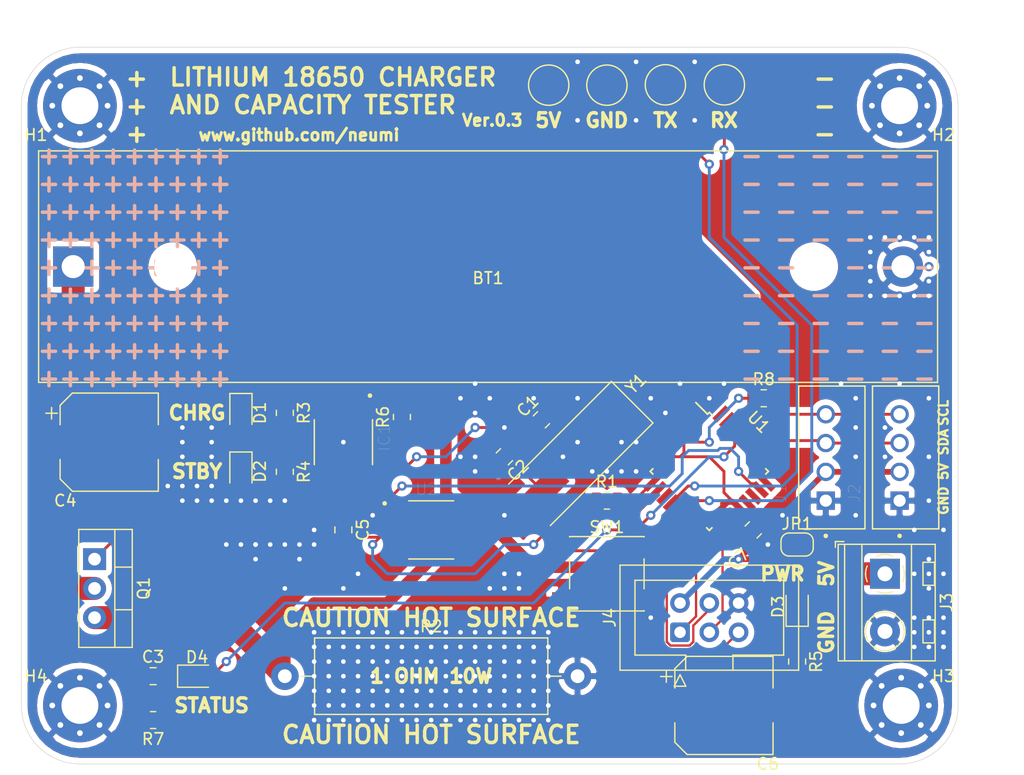
<source format=kicad_pcb>
(kicad_pcb (version 20171130) (host pcbnew "(5.1.8-0-10_14)")
  (layers (0 F.Cu signal) (31 B.Cu signal) (34 B.Paste user) (35 F.Paste user) (36 B.SilkS user) (37 F.SilkS user) (38 B.Mask user) (39 F.Mask user) (44 Edge.Cuts user))
  (net 0 "")
  (net 1 GND)
  (net 2 v_sens)
  (net 3 "Net-(C1-Pad2)")
  (net 4 "Net-(C2-Pad2)")
  (net 5 "Net-(C5-Pad1)")
  (net 6 +5V)
  (net 7 "Net-(D1-Pad1)")
  (net 8 "Net-(D2-Pad1)")
  (net 9 "Net-(D3-Pad1)")
  (net 10 CHRG_enable)
  (net 11 "Net-(IC1-Pad7)")
  (net 12 "Net-(IC1-Pad6)")
  (net 13 "Net-(IC1-Pad2)")
  (net 14 SDA)
  (net 15 SCL)
  (net 16 "Net-(Q1-Pad1)")
  (net 17 "Net-(Q1-Pad3)")
  (net 18 PWM)
  (net 19 "Net-(U1-Pad1)")
  (net 20 "Net-(U1-Pad11)")
  (net 21 "Net-(U1-Pad14)")
  (net 22 "Net-(U1-Pad19)")
  (net 23 "Net-(U1-Pad22)")
  (net 24 "Net-(U1-Pad24)")
  (net 25 "Net-(U1-Pad25)")
  (net 26 "Net-(U1-Pad26)")
  (net 27 "Net-(U1-Pad30)")
  (net 28 "Net-(U1-Pad31)")
  (net 29 "Net-(U1-Pad32)")
  (net 30 "Net-(U2-Pad5)")
  (net 31 "Net-(U2-Pad6)")
  (net 32 "Net-(U2-Pad7)")
  (net 33 "Net-(J1-Pad2)")
  (net 34 "Net-(D4-Pad1)")
  (net 35 LED_STATUS)
  (net 36 MISO)
  (net 37 SCK)
  (net 38 RST)
  (net 39 MOSI)
  (net 40 RX)
  (net 41 TX)
  (module Battery:BatteryHolder_MPD_BH-18650-PC2 (layer F.Cu) (at 107.365001 82.55)
    (fp_text reference BT1 (at 36 1) (layer F.SilkS))
    (fp_text value Battery_Cell)
    (pad 2 thru_hole circle (at 72 0) (size 3.5 3.5) (drill 2) (layers *.Cu *.Mask) (net 1 GND))
    (pad 1 thru_hole rect (at 0 0) (size 3.5 3.5) (drill 2) (layers *.Cu *.Mask) (net 2 v_sens))
    (pad "" np_thru_hole circle (at 8.645 0) (size 3.2 3.2) (drill 3.2) (layers *.Cu *.Mask))
    (pad "" np_thru_hole circle (at 64.255 0) (size 3.2 3.2) (drill 3.2) (layers *.Cu *.Mask))
  )
  (module Capacitor_SMD:C_0805_2012Metric (layer F.Cu) (at 147.991751 95.848249 45)
    (fp_text reference C1 (at 0 -1.68 45) (layer F.SilkS))
    (fp_text value 22p)
    (pad 1 smd roundrect (at -0.95 0 45) (size 1 1.45) (layers F.Cu F.Paste F.Mask) (net 1 GND))
    (pad 2 smd roundrect (at 0.95 0 45) (size 1 1.45) (layers F.Cu F.Paste F.Mask) (net 3 "Net-(C1-Pad2)"))
  )
  (module Capacitor_SMD:C_0805_2012Metric (layer F.Cu) (at 144.78 99.06 225)
    (fp_text reference C2 (at 0 -1.68 45) (layer F.SilkS))
    (fp_text value 22p)
    (pad 2 smd roundrect (at 0.95 0 225) (size 1 1.45) (layers F.Cu F.Paste F.Mask) (net 4 "Net-(C2-Pad2)"))
    (pad 1 smd roundrect (at -0.95 0 225) (size 1 1.45) (layers F.Cu F.Paste F.Mask) (net 1 GND))
  )
  (module Capacitor_SMD:C_0805_2012Metric (layer F.Cu) (at 114.3 118.11)
    (fp_text reference C3 (at 0 -1.68) (layer F.SilkS))
    (fp_text value 100nF)
    (pad 2 smd roundrect (at 0.95 0) (size 1 1.45) (layers F.Cu F.Paste F.Mask) (net 1 GND))
    (pad 1 smd roundrect (at -0.95 0) (size 1 1.45) (layers F.Cu F.Paste F.Mask) (net 2 v_sens))
  )
  (module Capacitor_SMD:CP_Elec_8x10 (layer F.Cu) (at 110.49 97.79)
    (fp_text reference C4 (at -3.81 5.08) (layer F.SilkS))
    (fp_text value 220uF)
    (pad 1 smd roundrect (at -3.25 0) (size 3.5 2.5) (layers F.Cu F.Paste F.Mask) (roundrect_rratio 0.1) (net 2 v_sens))
    (pad 2 smd roundrect (at 3.25 0) (size 3.5 2.5) (layers F.Cu F.Paste F.Mask) (roundrect_rratio 0.1) (net 1 GND))
  )
  (module Capacitor_SMD:C_0805_2012Metric (layer F.Cu) (at 130.81 105.41 270)
    (fp_text reference C5 (at 0 -1.68 90) (layer F.SilkS))
    (fp_text value 100nF)
    (pad 1 smd roundrect (at -0.95 0 270) (size 1 1.45) (layers F.Cu F.Paste F.Mask) (net 5 "Net-(C5-Pad1)"))
    (pad 2 smd roundrect (at 0.95 0 270) (size 1 1.45) (layers F.Cu F.Paste F.Mask) (net 1 GND))
  )
  (module Capacitor_SMD:CP_Elec_8x10 (layer F.Cu) (at 163.83 120.65)
    (fp_text reference C6 (at 3.81 5.08) (layer F.SilkS))
    (fp_text value 220uF)
    (pad 2 smd roundrect (at 3.25 0) (size 3.5 2.5) (layers F.Cu F.Paste F.Mask) (roundrect_rratio 0.1) (net 1 GND))
    (pad 1 smd roundrect (at -3.25 0) (size 3.5 2.5) (layers F.Cu F.Paste F.Mask) (roundrect_rratio 0.1) (net 6 +5V))
  )
  (module Capacitor_SMD:C_0805_2012Metric (layer F.Cu) (at 166.37 105.41 45)
    (fp_text reference C7 (at -2.694077 0.898026 45) (layer F.SilkS))
    (fp_text value 100nF)
    (pad 1 smd roundrect (at -0.95 0 45) (size 1 1.45) (layers F.Cu F.Paste F.Mask) (net 6 +5V))
    (pad 2 smd roundrect (at 0.95 0 45) (size 1 1.45) (layers F.Cu F.Paste F.Mask) (net 1 GND))
  )
  (module LED_SMD:LED_0805_2012Metric (layer F.Cu) (at 121.92 95.25 270)
    (fp_text reference D1 (at 0 -1.65 90) (layer F.SilkS))
    (fp_text value LED_CHRG)
    (pad 2 smd roundrect (at 0.9375 0 270) (size 0.975 1.4) (layers F.Cu F.Paste F.Mask) (net 6 +5V))
    (pad 1 smd roundrect (at -0.9375 0 270) (size 0.975 1.4) (layers F.Cu F.Paste F.Mask) (net 7 "Net-(D1-Pad1)"))
  )
  (module LED_SMD:LED_0805_2012Metric (layer F.Cu) (at 121.92 100.33 270)
    (fp_text reference D2 (at 0 -1.65 90) (layer F.SilkS))
    (fp_text value LED_STDBY)
    (pad 1 smd roundrect (at -0.9375 0 270) (size 0.975 1.4) (layers F.Cu F.Paste F.Mask) (net 8 "Net-(D2-Pad1)"))
    (pad 2 smd roundrect (at 0.9375 0 270) (size 0.975 1.4) (layers F.Cu F.Paste F.Mask) (net 6 +5V))
  )
  (module LED_SMD:LED_0805_2012Metric (layer F.Cu) (at 170.18 112.0925 90)
    (fp_text reference D3 (at 0 -1.65 90) (layer F.SilkS))
    (fp_text value LED_PWR)
    (pad 1 smd roundrect (at -0.9375 0 90) (size 0.975 1.4) (layers F.Cu F.Paste F.Mask) (net 9 "Net-(D3-Pad1)"))
    (pad 2 smd roundrect (at 0.9375 0 90) (size 0.975 1.4) (layers F.Cu F.Paste F.Mask) (net 6 +5V))
  )
  (module modules:SOIC127P599X175-8N (layer F.Cu) (at 130.81 97.79 270)
    (fp_text reference IC1 (at -0.385 -3.537 90) (layer F.SilkS) (effects (font (thickness 0.015))))
    (fp_text value TP4056)
    (pad 8 smd rect (at 2.47 -1.905 270) (size 1.97 0.6) (layers F.Cu F.Paste F.Mask) (net 10 CHRG_enable))
    (pad 7 smd rect (at 2.47 -0.635 270) (size 1.97 0.6) (layers F.Cu F.Paste F.Mask) (net 11 "Net-(IC1-Pad7)"))
    (pad 6 smd rect (at 2.47 0.635 270) (size 1.97 0.6) (layers F.Cu F.Paste F.Mask) (net 12 "Net-(IC1-Pad6)"))
    (pad 5 smd rect (at 2.47 1.905 270) (size 1.97 0.6) (layers F.Cu F.Paste F.Mask) (net 2 v_sens))
    (pad 4 smd rect (at -2.47 1.905 270) (size 1.97 0.6) (layers F.Cu F.Paste F.Mask) (net 6 +5V))
    (pad 3 smd rect (at -2.47 0.635 270) (size 1.97 0.6) (layers F.Cu F.Paste F.Mask) (net 1 GND))
    (pad 2 smd rect (at -2.47 -0.635 270) (size 1.97 0.6) (layers F.Cu F.Paste F.Mask) (net 13 "Net-(IC1-Pad2)"))
    (pad 1 smd rect (at -2.47 -1.905 270) (size 1.97 0.6) (layers F.Cu F.Paste F.Mask) (net 1 GND))
  )
  (module "modules:JST_B4B-XH-A(LF)(SN)" (layer F.Cu) (at 172.665001 102.87 90)
    (fp_text reference J1 (at 0.637655 -3.920115 90) (layer F.SilkS) (effects (font (size 1.001803 1.001803) (thickness 0.015))))
    (fp_text value "B4B-XH-A(LF)(SN)")
    (pad 1 thru_hole rect (at 0 0 90) (size 1.59 1.59) (drill 1.06) (layers *.Cu *.Mask) (net 1 GND))
    (pad 2 thru_hole circle (at 2.5 0 90) (size 1.59 1.59) (drill 1.06) (layers *.Cu *.Mask) (net 33 "Net-(J1-Pad2)"))
    (pad 3 thru_hole circle (at 5 0 90) (size 1.59 1.59) (drill 1.06) (layers *.Cu *.Mask) (net 14 SDA))
    (pad 4 thru_hole circle (at 7.5 0 90) (size 1.59 1.59) (drill 1.06) (layers *.Cu *.Mask) (net 15 SCL))
  )
  (module "modules:JST_B4B-XH-A(LF)(SN)" (layer F.Cu) (at 179.07 102.87 90)
    (fp_text reference J2 (at 0.637655 -3.920115 90) (layer F.SilkS) (effects (font (size 1.001803 1.001803) (thickness 0.015))))
    (fp_text value "B4B-XH-A(LF)(SN)")
    (pad 4 thru_hole circle (at 7.5 0 90) (size 1.59 1.59) (drill 1.06) (layers *.Cu *.Mask) (net 15 SCL))
    (pad 3 thru_hole circle (at 5 0 90) (size 1.59 1.59) (drill 1.06) (layers *.Cu *.Mask) (net 14 SDA))
    (pad 2 thru_hole circle (at 2.5 0 90) (size 1.59 1.59) (drill 1.06) (layers *.Cu *.Mask) (net 33 "Net-(J1-Pad2)"))
    (pad 1 thru_hole rect (at 0 0 90) (size 1.59 1.59) (drill 1.06) (layers *.Cu *.Mask) (net 1 GND))
  )
  (module Resistor_SMD:R_0805_2012Metric (layer F.Cu) (at 153.67 102.87)
    (fp_text reference R1 (at 0 -1.65) (layer F.SilkS))
    (fp_text value 1M)
    (pad 1 smd roundrect (at -0.9125 0) (size 1.025 1.4) (layers F.Cu F.Paste F.Mask) (roundrect_rratio 0.2439014634146341) (net 5 "Net-(C5-Pad1)"))
    (pad 2 smd roundrect (at 0.9125 0) (size 1.025 1.4) (layers F.Cu F.Paste F.Mask) (roundrect_rratio 0.2439014634146341) (net 18 PWM))
  )
  (module Resistor_THT:R_Axial_Power_L20.0mm_W6.4mm_P25.40mm (layer F.Cu) (at 125.73 118.11)
    (fp_text reference R2 (at 12.7 -4.32) (layer F.SilkS))
    (fp_text value 1R5W)
    (pad 1 thru_hole circle (at 0 0) (size 2.4 2.4) (drill 1.2) (layers *.Cu *.Mask) (net 17 "Net-(Q1-Pad3)"))
    (pad 2 thru_hole oval (at 25.4 0) (size 2.4 2.4) (drill 1.2) (layers *.Cu *.Mask) (net 1 GND))
  )
  (module Resistor_SMD:R_0805_2012Metric (layer F.Cu) (at 125.73 95.25 270)
    (fp_text reference R3 (at 0 -1.65 90) (layer F.SilkS))
    (fp_text value 330)
    (pad 2 smd roundrect (at 0.9125 0 270) (size 1.025 1.4) (layers F.Cu F.Paste F.Mask) (roundrect_rratio 0.2439014634146341) (net 11 "Net-(IC1-Pad7)"))
    (pad 1 smd roundrect (at -0.9125 0 270) (size 1.025 1.4) (layers F.Cu F.Paste F.Mask) (roundrect_rratio 0.2439014634146341) (net 7 "Net-(D1-Pad1)"))
  )
  (module Resistor_SMD:R_0805_2012Metric (layer F.Cu) (at 125.73 100.365001 270)
    (fp_text reference R4 (at 0 -1.65 90) (layer F.SilkS))
    (fp_text value 330)
    (pad 1 smd roundrect (at -0.9125 0 270) (size 1.025 1.4) (layers F.Cu F.Paste F.Mask) (roundrect_rratio 0.2439014634146341) (net 8 "Net-(D2-Pad1)"))
    (pad 2 smd roundrect (at 0.9125 0 270) (size 1.025 1.4) (layers F.Cu F.Paste F.Mask) (roundrect_rratio 0.2439014634146341) (net 12 "Net-(IC1-Pad6)"))
  )
  (module Resistor_SMD:R_0805_2012Metric (layer F.Cu) (at 170.18 116.84 270)
    (fp_text reference R5 (at 0 -1.65 90) (layer F.SilkS))
    (fp_text value 330)
    (pad 2 smd roundrect (at 0.9125 0 270) (size 1.025 1.4) (layers F.Cu F.Paste F.Mask) (roundrect_rratio 0.2439014634146341) (net 1 GND))
    (pad 1 smd roundrect (at -0.9125 0 270) (size 1.025 1.4) (layers F.Cu F.Paste F.Mask) (roundrect_rratio 0.2439014634146341) (net 9 "Net-(D3-Pad1)"))
  )
  (module Resistor_SMD:R_0805_2012Metric (layer F.Cu) (at 135.89 95.6075 90)
    (fp_text reference R6 (at 0 -1.65 90) (layer F.SilkS))
    (fp_text value 1.5k)
    (pad 1 smd roundrect (at -0.9125 0 90) (size 1.025 1.4) (layers F.Cu F.Paste F.Mask) (roundrect_rratio 0.2439014634146341) (net 13 "Net-(IC1-Pad2)"))
    (pad 2 smd roundrect (at 0.9125 0 90) (size 1.025 1.4) (layers F.Cu F.Paste F.Mask) (roundrect_rratio 0.2439014634146341) (net 1 GND))
  )
  (module Package_QFP:TQFP-32_7x7mm_P0.8mm (layer F.Cu) (at 162.56 100.33 315)
    (fp_text reference U1 (at 0 -6.05 135) (layer F.SilkS))
    (fp_text value ATmega328-AU)
    (pad 1 smd rect (at -4.25 -2.8 315) (size 1.6 0.55) (layers F.Cu F.Paste F.Mask) (net 19 "Net-(U1-Pad1)"))
    (pad 2 smd rect (at -4.25 -2 315) (size 1.6 0.55) (layers F.Cu F.Paste F.Mask) (net 10 CHRG_enable))
    (pad 3 smd rect (at -4.25 -1.2 315) (size 1.6 0.55) (layers F.Cu F.Paste F.Mask) (net 1 GND))
    (pad 4 smd rect (at -4.25 -0.4 315) (size 1.6 0.55) (layers F.Cu F.Paste F.Mask) (net 6 +5V))
    (pad 5 smd rect (at -4.25 0.4 315) (size 1.6 0.55) (layers F.Cu F.Paste F.Mask) (net 1 GND))
    (pad 6 smd rect (at -4.25 1.2 315) (size 1.6 0.55) (layers F.Cu F.Paste F.Mask) (net 6 +5V))
    (pad 7 smd rect (at -4.25 2 315) (size 1.6 0.55) (layers F.Cu F.Paste F.Mask) (net 3 "Net-(C1-Pad2)"))
    (pad 8 smd rect (at -4.25 2.8 315) (size 1.6 0.55) (layers F.Cu F.Paste F.Mask) (net 4 "Net-(C2-Pad2)"))
    (pad 9 smd rect (at -2.8 4.25 45) (size 1.6 0.55) (layers F.Cu F.Paste F.Mask) (net 18 PWM))
    (pad 10 smd rect (at -2 4.25 45) (size 1.6 0.55) (layers F.Cu F.Paste F.Mask) (net 35 LED_STATUS))
    (pad 11 smd rect (at -1.2 4.25 45) (size 1.6 0.55) (layers F.Cu F.Paste F.Mask) (net 20 "Net-(U1-Pad11)"))
    (pad 12 smd rect (at -0.4 4.25 45) (size 1.6 0.55) (layers F.Cu F.Paste F.Mask) (net 41 TX))
    (pad 13 smd rect (at 0.4 4.25 45) (size 1.6 0.55) (layers F.Cu F.Paste F.Mask) (net 40 RX))
    (pad 14 smd rect (at 1.2 4.25 45) (size 1.6 0.55) (layers F.Cu F.Paste F.Mask) (net 21 "Net-(U1-Pad14)"))
    (pad 15 smd rect (at 2 4.25 45) (size 1.6 0.55) (layers F.Cu F.Paste F.Mask) (net 39 MOSI))
    (pad 16 smd rect (at 2.8 4.25 45) (size 1.6 0.55) (layers F.Cu F.Paste F.Mask) (net 36 MISO))
    (pad 17 smd rect (at 4.25 2.8 315) (size 1.6 0.55) (layers F.Cu F.Paste F.Mask) (net 37 SCK))
    (pad 18 smd rect (at 4.25 2 315) (size 1.6 0.55) (layers F.Cu F.Paste F.Mask) (net 6 +5V))
    (pad 19 smd rect (at 4.25 1.2 315) (size 1.6 0.55) (layers F.Cu F.Paste F.Mask) (net 22 "Net-(U1-Pad19)"))
    (pad 20 smd rect (at 4.25 0.4 315) (size 1.6 0.55) (layers F.Cu F.Paste F.Mask) (net 6 +5V))
    (pad 21 smd rect (at 4.25 -0.4 315) (size 1.6 0.55) (layers F.Cu F.Paste F.Mask) (net 1 GND))
    (pad 22 smd rect (at 4.25 -1.2 315) (size 1.6 0.55) (layers F.Cu F.Paste F.Mask) (net 23 "Net-(U1-Pad22)"))
    (pad 23 smd rect (at 4.25 -2 315) (size 1.6 0.55) (layers F.Cu F.Paste F.Mask) (net 2 v_sens))
    (pad 24 smd rect (at 4.25 -2.8 315) (size 1.6 0.55) (layers F.Cu F.Paste F.Mask) (net 24 "Net-(U1-Pad24)"))
    (pad 25 smd rect (at 2.8 -4.25 45) (size 1.6 0.55) (layers F.Cu F.Paste F.Mask) (net 25 "Net-(U1-Pad25)"))
    (pad 26 smd rect (at 2 -4.25 45) (size 1.6 0.55) (layers F.Cu F.Paste F.Mask) (net 26 "Net-(U1-Pad26)"))
    (pad 27 smd rect (at 1.2 -4.25 45) (size 1.6 0.55) (layers F.Cu F.Paste F.Mask) (net 14 SDA))
    (pad 28 smd rect (at 0.4 -4.25 45) (size 1.6 0.55) (layers F.Cu F.Paste F.Mask) (net 15 SCL))
    (pad 29 smd rect (at -0.4 -4.25 45) (size 1.6 0.55) (layers F.Cu F.Paste F.Mask) (net 38 RST))
    (pad 30 smd rect (at -1.2 -4.25 45) (size 1.6 0.55) (layers F.Cu F.Paste F.Mask) (net 27 "Net-(U1-Pad30)"))
    (pad 31 smd rect (at -2 -4.25 45) (size 1.6 0.55) (layers F.Cu F.Paste F.Mask) (net 28 "Net-(U1-Pad31)"))
    (pad 32 smd rect (at -2.8 -4.25 45) (size 1.6 0.55) (layers F.Cu F.Paste F.Mask) (net 29 "Net-(U1-Pad32)"))
  )
  (module modules:SOIC127P599X175-8N (layer F.Cu) (at 138.43 105.41)
    (fp_text reference U2 (at -0.385 -3.537) (layer F.SilkS) (effects (font (thickness 0.015))))
    (fp_text value LM358M_NOPB)
    (pad 1 smd rect (at -2.47 -1.905) (size 1.97 0.6) (layers F.Cu F.Paste F.Mask) (net 16 "Net-(Q1-Pad1)"))
    (pad 2 smd rect (at -2.47 -0.635) (size 1.97 0.6) (layers F.Cu F.Paste F.Mask) (net 17 "Net-(Q1-Pad3)"))
    (pad 3 smd rect (at -2.47 0.635) (size 1.97 0.6) (layers F.Cu F.Paste F.Mask) (net 5 "Net-(C5-Pad1)"))
    (pad 4 smd rect (at -2.47 1.905) (size 1.97 0.6) (layers F.Cu F.Paste F.Mask) (net 1 GND))
    (pad 5 smd rect (at 2.47 1.905) (size 1.97 0.6) (layers F.Cu F.Paste F.Mask) (net 30 "Net-(U2-Pad5)"))
    (pad 6 smd rect (at 2.47 0.635) (size 1.97 0.6) (layers F.Cu F.Paste F.Mask) (net 31 "Net-(U2-Pad6)"))
    (pad 7 smd rect (at 2.47 -0.635) (size 1.97 0.6) (layers F.Cu F.Paste F.Mask) (net 32 "Net-(U2-Pad7)"))
    (pad 8 smd rect (at 2.47 -1.905) (size 1.97 0.6) (layers F.Cu F.Paste F.Mask) (net 6 +5V))
  )
  (module Crystal:Crystal_SMD_HC49-SD (layer F.Cu) (at 151.13 99.06 225)
    (fp_text reference Y1 (at -8.082231 0.898026 45) (layer F.SilkS))
    (fp_text value Crystal)
    (pad 1 smd rect (at -4.25 0 225) (size 4.5 2) (layers F.Cu F.Paste F.Mask) (net 3 "Net-(C1-Pad2)"))
    (pad 2 smd rect (at 4.25 0 225) (size 4.5 2) (layers F.Cu F.Paste F.Mask) (net 4 "Net-(C2-Pad2)"))
  )
  (module TerminalBlock_MetzConnect:TerminalBlock_MetzConnect_Type094_RT03502HBLU_1x02_P5.00mm_Horizontal (layer F.Cu) (at 177.8 109.22 270)
    (fp_text reference J3 (at 2.5 -5.36 90) (layer F.SilkS))
    (fp_text value Conn_01x02_Male)
    (pad 1 thru_hole rect (at 0 0 270) (size 2.6 2.6) (drill 1.3) (layers *.Cu *.Mask) (net 6 +5V))
    (pad 2 thru_hole circle (at 5 0 270) (size 2.6 2.6) (drill 1.3) (layers *.Cu *.Mask) (net 1 GND))
  )
  (module MountingHole:MountingHole_3.2mm_M3_Pad_Via (layer F.Cu) (at 107.95 68.58)
    (fp_text reference H1 (at -3.81 2.54) (layer F.SilkS))
    (fp_text value MountingHole_Pad)
    (pad 1 thru_hole circle (at 1.697056 -1.697056) (size 0.8 0.8) (drill 0.5) (layers *.Cu *.Mask) (net 1 GND))
    (pad 1 thru_hole circle (at 0 -2.4) (size 0.8 0.8) (drill 0.5) (layers *.Cu *.Mask) (net 1 GND))
    (pad 1 thru_hole circle (at -1.697056 -1.697056) (size 0.8 0.8) (drill 0.5) (layers *.Cu *.Mask) (net 1 GND))
    (pad 1 thru_hole circle (at -2.4 0) (size 0.8 0.8) (drill 0.5) (layers *.Cu *.Mask) (net 1 GND))
    (pad 1 thru_hole circle (at -1.697056 1.697056) (size 0.8 0.8) (drill 0.5) (layers *.Cu *.Mask) (net 1 GND))
    (pad 1 thru_hole circle (at 0 2.4) (size 0.8 0.8) (drill 0.5) (layers *.Cu *.Mask) (net 1 GND))
    (pad 1 thru_hole circle (at 1.697056 1.697056) (size 0.8 0.8) (drill 0.5) (layers *.Cu *.Mask) (net 1 GND))
    (pad 1 thru_hole circle (at 2.4 0) (size 0.8 0.8) (drill 0.5) (layers *.Cu *.Mask) (net 1 GND))
    (pad 1 thru_hole circle (at 0 0) (size 6.4 6.4) (drill 3.2) (layers *.Cu *.Mask) (net 1 GND))
  )
  (module MountingHole:MountingHole_3.2mm_M3_Pad_Via (layer F.Cu) (at 179.07 68.58)
    (fp_text reference H2 (at 3.81 2.54) (layer F.SilkS))
    (fp_text value MountingHole_Pad)
    (pad 1 thru_hole circle (at 0 0) (size 6.4 6.4) (drill 3.2) (layers *.Cu *.Mask) (net 1 GND))
    (pad 1 thru_hole circle (at 2.4 0) (size 0.8 0.8) (drill 0.5) (layers *.Cu *.Mask) (net 1 GND))
    (pad 1 thru_hole circle (at 1.697056 1.697056) (size 0.8 0.8) (drill 0.5) (layers *.Cu *.Mask) (net 1 GND))
    (pad 1 thru_hole circle (at 0 2.4) (size 0.8 0.8) (drill 0.5) (layers *.Cu *.Mask) (net 1 GND))
    (pad 1 thru_hole circle (at -1.697056 1.697056) (size 0.8 0.8) (drill 0.5) (layers *.Cu *.Mask) (net 1 GND))
    (pad 1 thru_hole circle (at -2.4 0) (size 0.8 0.8) (drill 0.5) (layers *.Cu *.Mask) (net 1 GND))
    (pad 1 thru_hole circle (at -1.697056 -1.697056) (size 0.8 0.8) (drill 0.5) (layers *.Cu *.Mask) (net 1 GND))
    (pad 1 thru_hole circle (at 0 -2.4) (size 0.8 0.8) (drill 0.5) (layers *.Cu *.Mask) (net 1 GND))
    (pad 1 thru_hole circle (at 1.697056 -1.697056) (size 0.8 0.8) (drill 0.5) (layers *.Cu *.Mask) (net 1 GND))
  )
  (module MountingHole:MountingHole_3.2mm_M3_Pad_Via (layer F.Cu) (at 179.21 120.65)
    (fp_text reference H3 (at 3.67 -2.54) (layer F.SilkS))
    (fp_text value MountingHole_Pad)
    (pad 1 thru_hole circle (at 1.697056 -1.697056) (size 0.8 0.8) (drill 0.5) (layers *.Cu *.Mask) (net 1 GND))
    (pad 1 thru_hole circle (at 0 -2.4) (size 0.8 0.8) (drill 0.5) (layers *.Cu *.Mask) (net 1 GND))
    (pad 1 thru_hole circle (at -1.697056 -1.697056) (size 0.8 0.8) (drill 0.5) (layers *.Cu *.Mask) (net 1 GND))
    (pad 1 thru_hole circle (at -2.4 0) (size 0.8 0.8) (drill 0.5) (layers *.Cu *.Mask) (net 1 GND))
    (pad 1 thru_hole circle (at -1.697056 1.697056) (size 0.8 0.8) (drill 0.5) (layers *.Cu *.Mask) (net 1 GND))
    (pad 1 thru_hole circle (at 0 2.4) (size 0.8 0.8) (drill 0.5) (layers *.Cu *.Mask) (net 1 GND))
    (pad 1 thru_hole circle (at 1.697056 1.697056) (size 0.8 0.8) (drill 0.5) (layers *.Cu *.Mask) (net 1 GND))
    (pad 1 thru_hole circle (at 2.4 0) (size 0.8 0.8) (drill 0.5) (layers *.Cu *.Mask) (net 1 GND))
    (pad 1 thru_hole circle (at 0 0) (size 6.4 6.4) (drill 3.2) (layers *.Cu *.Mask) (net 1 GND))
  )
  (module MountingHole:MountingHole_3.2mm_M3_Pad_Via (layer F.Cu) (at 107.95 120.65)
    (fp_text reference H4 (at -3.81 -2.54) (layer F.SilkS))
    (fp_text value MountingHole_Pad)
    (pad 1 thru_hole circle (at 0 0) (size 6.4 6.4) (drill 3.2) (layers *.Cu *.Mask) (net 1 GND))
    (pad 1 thru_hole circle (at 2.4 0) (size 0.8 0.8) (drill 0.5) (layers *.Cu *.Mask) (net 1 GND))
    (pad 1 thru_hole circle (at 1.697056 1.697056) (size 0.8 0.8) (drill 0.5) (layers *.Cu *.Mask) (net 1 GND))
    (pad 1 thru_hole circle (at 0 2.4) (size 0.8 0.8) (drill 0.5) (layers *.Cu *.Mask) (net 1 GND))
    (pad 1 thru_hole circle (at -1.697056 1.697056) (size 0.8 0.8) (drill 0.5) (layers *.Cu *.Mask) (net 1 GND))
    (pad 1 thru_hole circle (at -2.4 0) (size 0.8 0.8) (drill 0.5) (layers *.Cu *.Mask) (net 1 GND))
    (pad 1 thru_hole circle (at -1.697056 -1.697056) (size 0.8 0.8) (drill 0.5) (layers *.Cu *.Mask) (net 1 GND))
    (pad 1 thru_hole circle (at 0 -2.4) (size 0.8 0.8) (drill 0.5) (layers *.Cu *.Mask) (net 1 GND))
    (pad 1 thru_hole circle (at 1.697056 -1.697056) (size 0.8 0.8) (drill 0.5) (layers *.Cu *.Mask) (net 1 GND))
  )
  (module Jumper:SolderJumper-2_P1.3mm_Open_RoundedPad1.0x1.5mm (layer F.Cu) (at 170.18 106.68)
    (fp_text reference JP1 (at 0 -1.8) (layer F.SilkS))
    (fp_text value SolderJumper_2_Open)
    (pad 1 smd custom (at -0.65 0) (size 1 0.5) (layers F.Cu F.Mask) (net 6 +5V) (options (clearance outline) (anchor rect)) (primitives (gr_circle (center 0 0.25) (end 0.5 0.25) (width 0)) (gr_circle (center 0 -0.25) (end 0.5 -0.25) (width 0)) (gr_poly (pts (xy 0 -0.75) (xy 0.5 -0.75) (xy 0.5 0.75) (xy 0 0.75)) (width 0))))
    (pad 2 smd custom (at 0.65 0) (size 1 0.5) (layers F.Cu F.Mask) (net 33 "Net-(J1-Pad2)") (options (clearance outline) (anchor rect)) (primitives (gr_circle (center 0 0.25) (end 0.5 0.25) (width 0)) (gr_circle (center 0 -0.25) (end 0.5 -0.25) (width 0)) (gr_poly (pts (xy 0 -0.75) (xy -0.5 -0.75) (xy -0.5 0.75) (xy 0 0.75)) (width 0))))
  )
  (module LED_SMD:LED_0805_2012Metric (layer F.Cu) (at 118.11 118.11)
    (fp_text reference D4 (at 0 -1.65) (layer F.SilkS))
    (fp_text value LED_STATUS)
    (pad 1 smd roundrect (at -0.9375 0) (size 0.975 1.4) (layers F.Cu F.Paste F.Mask) (net 34 "Net-(D4-Pad1)"))
    (pad 2 smd roundrect (at 0.9375 0) (size 0.975 1.4) (layers F.Cu F.Paste F.Mask) (net 35 LED_STATUS))
  )
  (module Resistor_SMD:R_0805_2012Metric (layer F.Cu) (at 114.3 121.92 180)
    (fp_text reference R7 (at 0 -1.65) (layer F.SilkS))
    (fp_text value 330)
    (pad 1 smd roundrect (at -0.9125 0 180) (size 1.025 1.4) (layers F.Cu F.Paste F.Mask) (roundrect_rratio 0.2439014634146341) (net 34 "Net-(D4-Pad1)"))
    (pad 2 smd roundrect (at 0.9125 0 180) (size 1.025 1.4) (layers F.Cu F.Paste F.Mask) (roundrect_rratio 0.2439014634146341) (net 1 GND))
  )
  (module Connector_IDC:IDC-Header_2x03_P2.54mm_Vertical (layer F.Cu) (at 160.02 114.3 90)
    (fp_text reference J4 (at 1.27 -6.1 90) (layer F.SilkS))
    (fp_text value AVR-ISP-6)
    (pad 1 thru_hole roundrect (at 0 0 90) (size 1.7 1.7) (drill 1) (layers *.Cu *.Mask) (roundrect_rratio 0.1470588235294118) (net 36 MISO))
    (pad 3 thru_hole circle (at 0 2.54 90) (size 1.7 1.7) (drill 1) (layers *.Cu *.Mask) (net 37 SCK))
    (pad 5 thru_hole circle (at 0 5.08 90) (size 1.7 1.7) (drill 1) (layers *.Cu *.Mask) (net 38 RST))
    (pad 2 thru_hole circle (at 2.54 0 90) (size 1.7 1.7) (drill 1) (layers *.Cu *.Mask) (net 6 +5V))
    (pad 4 thru_hole circle (at 2.54 2.54 90) (size 1.7 1.7) (drill 1) (layers *.Cu *.Mask) (net 39 MOSI))
    (pad 6 thru_hole circle (at 2.54 5.08 90) (size 1.7 1.7) (drill 1) (layers *.Cu *.Mask) (net 1 GND))
  )
  (module Resistor_SMD:R_0805_2012Metric (layer F.Cu) (at 167.2825 93.98)
    (fp_text reference R8 (at 0 -1.65) (layer F.SilkS))
    (fp_text value 10k)
    (pad 1 smd roundrect (at -0.9125 0) (size 1.025 1.4) (layers F.Cu F.Paste F.Mask) (roundrect_rratio 0.2439014634146341) (net 6 +5V))
    (pad 2 smd roundrect (at 0.9125 0) (size 1.025 1.4) (layers F.Cu F.Paste F.Mask) (roundrect_rratio 0.2439014634146341) (net 38 RST))
  )
  (module TestPoint:TestPoint_Pad_D3.0mm (layer F.Cu) (at 148.625001 66.795001)
    (fp_text reference TP1 hide)
    (fp_text value 5V)
    (pad 1 smd circle (at 0 0) (size 3 3) (layers F.Cu F.Mask) (net 6 +5V))
  )
  (module TestPoint:TestPoint_Pad_D3.0mm (layer F.Cu) (at 153.675001 66.795001)
    (fp_text reference TP2 hide)
    (fp_text value GND)
    (pad 1 smd circle (at 0 0) (size 3 3) (layers F.Cu F.Mask) (net 1 GND))
  )
  (module TestPoint:TestPoint_Pad_D3.0mm (layer F.Cu) (at 163.865001 66.765001)
    (fp_text reference TP3 hide)
    (fp_text value RX)
    (pad 1 smd circle (at 0 0) (size 3 3) (layers F.Cu F.Mask) (net 40 RX))
  )
  (module TestPoint:TestPoint_Pad_D3.0mm (layer F.Cu) (at 158.75 66.765001)
    (fp_text reference TP4 hide)
    (fp_text value TX)
    (pad 1 smd circle (at 0 0) (size 3 3) (layers F.Cu F.Mask) (net 41 TX))
  )
  (module Button_Switch_SMD:SW_Push_1P1T_NO_6x6mm_H9.5mm (layer F.Cu) (at 153.67 109.22)
    (fp_text reference SW1 (at 0 -4.05) (layer F.SilkS))
    (fp_text value reset)
    (pad 2 smd rect (at -3.975 2.25) (size 1.55 1.3) (layers F.Cu F.Paste F.Mask) (net 1 GND))
    (pad 1 smd rect (at -3.975 -2.25) (size 1.55 1.3) (layers F.Cu F.Paste F.Mask) (net 38 RST))
    (pad 1 smd rect (at 3.975 -2.25) (size 1.55 1.3) (layers F.Cu F.Paste F.Mask) (net 38 RST))
    (pad 2 smd rect (at 3.975 2.25) (size 1.55 1.3) (layers F.Cu F.Paste F.Mask) (net 1 GND))
  )
  (module Package_TO_SOT_THT:TO-220-3_Vertical (layer F.Cu) (at 109.22 107.95 270)
    (fp_text reference Q1 (at 2.54 -4.27 90) (layer F.SilkS))
    (fp_text value IRLZ44N)
    (pad 1 thru_hole rect (at 0 0 270) (size 1.905 2) (drill 1.1) (layers *.Cu *.Mask) (net 16 "Net-(Q1-Pad1)"))
    (pad 2 thru_hole oval (at 2.54 0 270) (size 1.905 2) (drill 1.1) (layers *.Cu *.Mask) (net 2 v_sens))
    (pad 3 thru_hole oval (at 5.08 0 270) (size 1.905 2) (drill 1.1) (layers *.Cu *.Mask) (net 17 "Net-(Q1-Pad3)"))
  )
  (gr_text "+\n+\n+" (at 111.76 68.58) (layer F.SilkS) (effects (font (size 1.5 1.5) (thickness 0.3)) (justify left)))
  (gr_text "-\n-\n-" (at 171.45 68.58) (layer F.SilkS) (effects (font (size 1.5 1.5) (thickness 0.3)) (justify left)))
  (gr_text "- - - - - - \n- - - - - -\n- - - - - - \n- - - - - - \n- - - - - - \n- - - - - - \n- - - - - - \n- - - - - - \n- - - - - - " (at 165.1 82.55) (layer B.SilkS) (effects (font (size 1.5 1.5) (thickness 0.3)) (justify left)))
  (gr_text "+++++++++\n+++++++++\n+++++++++\n+++++++++\n+++++++++\n+++++++++\n+++++++++\n+++++++++\n+++++++++\n" (at 104.14 82.55) (layer B.SilkS) (effects (font (size 1.5 1.5) (thickness 0.3)) (justify left)))
  (gr_text www.github.com/neumi (at 118.11 71.12) (layer F.SilkS) (effects (font (size 1 1) (thickness 0.25)) (justify left)))
  (gr_text "Ver.0.3\n" (at 140.97 69.85) (layer F.SilkS) (effects (font (size 1 1) (thickness 0.25)) (justify left)))
  (gr_text "LITHIUM 18650 CHARGER\nAND CAPACITY TESTER" (at 115.57 67.31) (layer F.SilkS) (effects (font (size 1.5 1.5) (thickness 0.3)) (justify left)))
  (gr_text GND (at 182.88 102.87 90) (layer F.SilkS) (effects (font (size 0.8 0.8) (thickness 0.2))))
  (gr_text 5V (at 182.88 100.33 90) (layer F.SilkS) (effects (font (size 0.8 0.8) (thickness 0.2))))
  (gr_text SCL (at 182.88 95.25 90) (layer F.SilkS) (effects (font (size 0.8 0.8) (thickness 0.2))))
  (gr_text SDA (at 182.88 97.79 90) (layer F.SilkS) (effects (font (size 0.8 0.8) (thickness 0.2))))
  (gr_text RX (at 163.83 69.85) (layer F.SilkS) (effects (font (size 1.2 1.2) (thickness 0.3))))
  (gr_text TX (at 158.75 69.85) (layer F.SilkS) (effects (font (size 1.2 1.2) (thickness 0.3))))
  (gr_text GND (at 153.67 69.85) (layer F.SilkS) (effects (font (size 1.2 1.2) (thickness 0.3))))
  (gr_text 5V (at 148.59 69.85) (layer F.SilkS) (effects (font (size 1.2 1.2) (thickness 0.3))))
  (gr_text GND (at 172.72 114.3 90) (layer F.SilkS) (effects (font (size 1.2 1.2) (thickness 0.3))))
  (gr_text 5V (at 172.72 109.22 90) (layer F.SilkS) (effects (font (size 1.2 1.2) (thickness 0.3))))
  (gr_text "CAUTION HOT SURFACE" (at 138.43 113.03) (layer F.SilkS) (effects (font (size 1.5 1.5) (thickness 0.3))))
  (gr_text "CAUTION HOT SURFACE" (at 138.43 123.19) (layer F.SilkS) (effects (font (size 1.5 1.5) (thickness 0.3))))
  (gr_text "1 OHM 10W" (at 138.43 118.11) (layer F.SilkS) (effects (font (size 1.2 1.2) (thickness 0.3))))
  (gr_text STATUS (at 119.38 120.65) (layer F.SilkS) (effects (font (size 1.2 1.2) (thickness 0.3))))
  (gr_text PWR (at 168.91 109.22) (layer F.SilkS) (effects (font (size 1.2 1.2) (thickness 0.3))))
  (gr_text STBY (at 118.11 100.33) (layer F.SilkS) (effects (font (size 1.2 1.2) (thickness 0.3))))
  (gr_text CHRG (at 118.11 95.25) (layer F.SilkS) (effects (font (size 1.2 1.2) (thickness 0.3))))
  (gr_line (start 107.95 63.5) (end 179.07 63.5) (layer Edge.Cuts) (width 0.05))
  (gr_line (start 102.87 120.65) (end 102.87 68.58) (layer Edge.Cuts) (width 0.05))
  (gr_line (start 107.95 125.73) (end 179.07 125.73) (layer Edge.Cuts) (width 0.05))
  (gr_arc (start 107.95 120.65) (end 102.87 120.65) (angle -90) (layer Edge.Cuts) (width 0.05))
  (gr_arc (start 179.07 120.65) (end 179.07 125.73) (angle -90) (layer Edge.Cuts) (width 0.05))
  (gr_line (start 184.15 68.58) (end 184.15 120.65) (layer Edge.Cuts) (width 0.05))
  (gr_arc (start 179.07 68.58) (end 184.15 68.58) (angle -90) (layer Edge.Cuts) (width 0.05))
  (gr_arc (start 107.95 68.58) (end 107.95 63.5) (angle -90) (layer Edge.Cuts) (width 0.05))
  (via (at 181.61 82.55) (size 0.8) (drill 0.4) (layers F.Cu B.Cu) (net 0))
  (via (at 158.75 95.25) (size 0.8) (drill 0.4) (layers F.Cu B.Cu) (net 1))
  (via (at 160.02 92.71) (size 0.8) (drill 0.4) (layers F.Cu B.Cu) (net 1))
  (via (at 163.83 92.71) (size 0.8) (drill 0.4) (layers F.Cu B.Cu) (net 1))
  (via (at 175.26 93.98) (size 0.8) (drill 0.4) (layers F.Cu B.Cu) (net 1))
  (via (at 181.61 93.98) (size 0.8) (drill 0.4) (layers F.Cu B.Cu) (net 1))
  (via (at 181.61 99.06) (size 0.8) (drill 0.4) (layers F.Cu B.Cu) (net 1))
  (via (at 181.61 102.87) (size 0.8) (drill 0.4) (layers F.Cu B.Cu) (net 1))
  (via (at 175.26 104.14) (size 0.8) (drill 0.4) (layers F.Cu B.Cu) (net 1))
  (via (at 168.91 104.14) (size 0.8) (drill 0.4) (layers F.Cu B.Cu) (net 1))
  (via (at 130.81 97.79) (size 0.8) (drill 0.4) (layers F.Cu B.Cu) (net 1))
  (segment (start 130.175 97.155) (end 130.81 97.79) (width 0.5) (layer F.Cu) (net 1))
  (segment (start 130.175 95.32) (end 130.175 97.155) (width 0.5) (layer F.Cu) (net 1))
  (segment (start 133.34 94.695) (end 132.715 95.32) (width 0.5) (layer F.Cu) (net 1))
  (segment (start 135.89 94.695) (end 133.34 94.695) (width 0.5) (layer F.Cu) (net 1))
  (via (at 127 107.95) (size 0.8) (drill 0.4) (layers F.Cu B.Cu) (net 1))
  (via (at 130.81 110.49) (size 0.8) (drill 0.4) (layers F.Cu B.Cu) (net 1))
  (via (at 125.73 110.49) (size 0.8) (drill 0.4) (layers F.Cu B.Cu) (net 1))
  (via (at 123.19 107.95) (size 0.8) (drill 0.4) (layers F.Cu B.Cu) (net 1))
  (via (at 132.08 109.22) (size 0.8) (drill 0.4) (layers F.Cu B.Cu) (net 1))
  (via (at 133.35 104.14) (size 0.8) (drill 0.4) (layers F.Cu B.Cu) (net 1))
  (segment (start 167.041751 104.246065) (end 167.041751 104.738249) (width 0.25) (layer F.Cu) (net 1))
  (segment (start 165.848047 103.052361) (end 167.041751 104.246065) (width 0.25) (layer F.Cu) (net 1))
  (segment (start 158.752489 97.088175) (end 159.271953 97.607639) (width 0.25) (layer F.Cu) (net 1))
  (segment (start 159.883859 95.956803) (end 159.331783 95.956803) (width 0.25) (layer F.Cu) (net 1))
  (segment (start 158.752489 96.536097) (end 158.752489 97.088175) (width 0.25) (layer F.Cu) (net 1))
  (segment (start 159.331783 95.956803) (end 158.752489 96.536097) (width 0.25) (layer F.Cu) (net 1))
  (segment (start 160.403324 96.476268) (end 159.883859 95.956803) (width 0.25) (layer F.Cu) (net 1))
  (segment (start 159.177056 95.25) (end 158.75 95.25) (width 0.25) (layer F.Cu) (net 1))
  (segment (start 160.403324 96.476268) (end 159.177056 95.25) (width 0.25) (layer F.Cu) (net 1))
  (via (at 129.54 115.57) (size 0.8) (drill 0.4) (layers F.Cu B.Cu) (net 1))
  (via (at 129.54 116.84) (size 0.8) (drill 0.4) (layers F.Cu B.Cu) (net 1))
  (via (at 129.54 118.11) (size 0.8) (drill 0.4) (layers F.Cu B.Cu) (net 1))
  (via (at 129.54 119.38) (size 0.8) (drill 0.4) (layers F.Cu B.Cu) (net 1))
  (via (at 129.54 120.65) (size 0.8) (drill 0.4) (layers F.Cu B.Cu) (net 1))
  (via (at 130.81 120.65) (size 0.8) (drill 0.4) (layers F.Cu B.Cu) (net 1))
  (via (at 130.81 119.38) (size 0.8) (drill 0.4) (layers F.Cu B.Cu) (net 1))
  (via (at 130.81 118.11) (size 0.8) (drill 0.4) (layers F.Cu B.Cu) (net 1))
  (via (at 130.81 116.84) (size 0.8) (drill 0.4) (layers F.Cu B.Cu) (net 1))
  (via (at 130.81 115.57) (size 0.8) (drill 0.4) (layers F.Cu B.Cu) (net 1))
  (via (at 132.08 115.57) (size 0.8) (drill 0.4) (layers F.Cu B.Cu) (net 1))
  (via (at 132.08 116.84) (size 0.8) (drill 0.4) (layers F.Cu B.Cu) (net 1))
  (via (at 132.08 118.11) (size 0.8) (drill 0.4) (layers F.Cu B.Cu) (net 1))
  (via (at 132.08 119.38) (size 0.8) (drill 0.4) (layers F.Cu B.Cu) (net 1))
  (via (at 132.08 119.38) (size 0.8) (drill 0.4) (layers F.Cu B.Cu) (net 1))
  (via (at 132.08 120.65) (size 0.8) (drill 0.4) (layers F.Cu B.Cu) (net 1))
  (via (at 133.35 120.65) (size 0.8) (drill 0.4) (layers F.Cu B.Cu) (net 1))
  (via (at 133.35 119.38) (size 0.8) (drill 0.4) (layers F.Cu B.Cu) (net 1))
  (via (at 133.35 118.11) (size 0.8) (drill 0.4) (layers F.Cu B.Cu) (net 1))
  (via (at 133.35 116.84) (size 0.8) (drill 0.4) (layers F.Cu B.Cu) (net 1))
  (via (at 133.35 115.57) (size 0.8) (drill 0.4) (layers F.Cu B.Cu) (net 1))
  (via (at 134.62 115.57) (size 0.8) (drill 0.4) (layers F.Cu B.Cu) (net 1))
  (via (at 135.89 115.57) (size 0.8) (drill 0.4) (layers F.Cu B.Cu) (net 1))
  (via (at 135.89 116.84) (size 0.8) (drill 0.4) (layers F.Cu B.Cu) (net 1))
  (via (at 134.62 116.84) (size 0.8) (drill 0.4) (layers F.Cu B.Cu) (net 1))
  (via (at 134.62 118.11) (size 0.8) (drill 0.4) (layers F.Cu B.Cu) (net 1))
  (via (at 135.89 118.11) (size 0.8) (drill 0.4) (layers F.Cu B.Cu) (net 1))
  (via (at 135.89 119.38) (size 0.8) (drill 0.4) (layers F.Cu B.Cu) (net 1))
  (via (at 134.62 119.38) (size 0.8) (drill 0.4) (layers F.Cu B.Cu) (net 1))
  (via (at 134.62 120.65) (size 0.8) (drill 0.4) (layers F.Cu B.Cu) (net 1))
  (via (at 135.89 120.65) (size 0.8) (drill 0.4) (layers F.Cu B.Cu) (net 1))
  (via (at 137.16 119.38) (size 0.8) (drill 0.4) (layers F.Cu B.Cu) (net 1))
  (via (at 142.24 120.65) (size 0.8) (drill 0.4) (layers F.Cu B.Cu) (net 1))
  (via (at 143.51 118.11) (size 0.8) (drill 0.4) (layers F.Cu B.Cu) (net 1))
  (via (at 139.7 119.38) (size 0.8) (drill 0.4) (layers F.Cu B.Cu) (net 1))
  (via (at 137.16 116.84) (size 0.8) (drill 0.4) (layers F.Cu B.Cu) (net 1))
  (via (at 139.7 120.65) (size 0.8) (drill 0.4) (layers F.Cu B.Cu) (net 1))
  (via (at 143.51 116.84) (size 0.8) (drill 0.4) (layers F.Cu B.Cu) (net 1))
  (via (at 138.43 118.11) (size 0.8) (drill 0.4) (layers F.Cu B.Cu) (net 1))
  (via (at 138.43 116.84) (size 0.8) (drill 0.4) (layers F.Cu B.Cu) (net 1))
  (via (at 140.97 116.84) (size 0.8) (drill 0.4) (layers F.Cu B.Cu) (net 1))
  (via (at 137.16 120.65) (size 0.8) (drill 0.4) (layers F.Cu B.Cu) (net 1))
  (via (at 143.51 115.57) (size 0.8) (drill 0.4) (layers F.Cu B.Cu) (net 1))
  (via (at 139.7 119.38) (size 0.8) (drill 0.4) (layers F.Cu B.Cu) (net 1))
  (via (at 139.7 115.57) (size 0.8) (drill 0.4) (layers F.Cu B.Cu) (net 1))
  (via (at 142.24 118.11) (size 0.8) (drill 0.4) (layers F.Cu B.Cu) (net 1))
  (via (at 139.7 116.84) (size 0.8) (drill 0.4) (layers F.Cu B.Cu) (net 1))
  (via (at 138.43 120.65) (size 0.8) (drill 0.4) (layers F.Cu B.Cu) (net 1))
  (via (at 140.97 118.11) (size 0.8) (drill 0.4) (layers F.Cu B.Cu) (net 1))
  (via (at 142.24 119.38) (size 0.8) (drill 0.4) (layers F.Cu B.Cu) (net 1))
  (via (at 138.43 119.38) (size 0.8) (drill 0.4) (layers F.Cu B.Cu) (net 1))
  (via (at 139.7 118.11) (size 0.8) (drill 0.4) (layers F.Cu B.Cu) (net 1))
  (via (at 142.24 115.57) (size 0.8) (drill 0.4) (layers F.Cu B.Cu) (net 1))
  (via (at 140.97 120.65) (size 0.8) (drill 0.4) (layers F.Cu B.Cu) (net 1))
  (via (at 143.51 119.38) (size 0.8) (drill 0.4) (layers F.Cu B.Cu) (net 1))
  (via (at 138.43 115.57) (size 0.8) (drill 0.4) (layers F.Cu B.Cu) (net 1))
  (via (at 140.97 115.57) (size 0.8) (drill 0.4) (layers F.Cu B.Cu) (net 1))
  (via (at 140.97 119.38) (size 0.8) (drill 0.4) (layers F.Cu B.Cu) (net 1))
  (via (at 142.24 116.84) (size 0.8) (drill 0.4) (layers F.Cu B.Cu) (net 1))
  (via (at 137.16 115.57) (size 0.8) (drill 0.4) (layers F.Cu B.Cu) (net 1))
  (via (at 137.16 118.11) (size 0.8) (drill 0.4) (layers F.Cu B.Cu) (net 1))
  (via (at 143.51 120.65) (size 0.8) (drill 0.4) (layers F.Cu B.Cu) (net 1))
  (via (at 144.78 115.57) (size 0.8) (drill 0.4) (layers F.Cu B.Cu) (net 1))
  (via (at 146.05 115.57) (size 0.8) (drill 0.4) (layers F.Cu B.Cu) (net 1))
  (via (at 147.32 115.57) (size 0.8) (drill 0.4) (layers F.Cu B.Cu) (net 1))
  (via (at 147.32 116.84) (size 0.8) (drill 0.4) (layers F.Cu B.Cu) (net 1))
  (via (at 146.05 116.84) (size 0.8) (drill 0.4) (layers F.Cu B.Cu) (net 1))
  (via (at 144.78 116.84) (size 0.8) (drill 0.4) (layers F.Cu B.Cu) (net 1))
  (via (at 144.78 118.11) (size 0.8) (drill 0.4) (layers F.Cu B.Cu) (net 1))
  (via (at 144.78 119.38) (size 0.8) (drill 0.4) (layers F.Cu B.Cu) (net 1))
  (via (at 144.78 120.65) (size 0.8) (drill 0.4) (layers F.Cu B.Cu) (net 1))
  (via (at 146.05 120.65) (size 0.8) (drill 0.4) (layers F.Cu B.Cu) (net 1))
  (via (at 146.05 119.38) (size 0.8) (drill 0.4) (layers F.Cu B.Cu) (net 1))
  (via (at 146.05 118.11) (size 0.8) (drill 0.4) (layers F.Cu B.Cu) (net 1))
  (via (at 147.32 118.11) (size 0.8) (drill 0.4) (layers F.Cu B.Cu) (net 1))
  (via (at 147.32 119.38) (size 0.8) (drill 0.4) (layers F.Cu B.Cu) (net 1))
  (via (at 147.32 120.65) (size 0.8) (drill 0.4) (layers F.Cu B.Cu) (net 1))
  (via (at 148.59 120.65) (size 0.8) (drill 0.4) (layers F.Cu B.Cu) (net 1))
  (via (at 148.59 119.38) (size 0.8) (drill 0.4) (layers F.Cu B.Cu) (net 1))
  (via (at 148.59 118.11) (size 0.8) (drill 0.4) (layers F.Cu B.Cu) (net 1))
  (via (at 148.59 116.84) (size 0.8) (drill 0.4) (layers F.Cu B.Cu) (net 1))
  (via (at 148.59 115.57) (size 0.8) (drill 0.4) (layers F.Cu B.Cu) (net 1))
  (via (at 128.27 114.3) (size 0.8) (drill 0.4) (layers F.Cu B.Cu) (net 1))
  (via (at 128.27 115.57) (size 0.8) (drill 0.4) (layers F.Cu B.Cu) (net 1))
  (via (at 128.27 116.84) (size 0.8) (drill 0.4) (layers F.Cu B.Cu) (net 1))
  (via (at 128.27 118.11) (size 0.8) (drill 0.4) (layers F.Cu B.Cu) (net 1))
  (via (at 128.27 119.38) (size 0.8) (drill 0.4) (layers F.Cu B.Cu) (net 1))
  (via (at 128.27 120.65) (size 0.8) (drill 0.4) (layers F.Cu B.Cu) (net 1))
  (via (at 128.27 121.92) (size 0.8) (drill 0.4) (layers F.Cu B.Cu) (net 1))
  (via (at 129.54 121.92) (size 0.8) (drill 0.4) (layers F.Cu B.Cu) (net 1))
  (via (at 130.81 121.92) (size 0.8) (drill 0.4) (layers F.Cu B.Cu) (net 1))
  (via (at 132.08 121.92) (size 0.8) (drill 0.4) (layers F.Cu B.Cu) (net 1))
  (via (at 133.35 121.92) (size 0.8) (drill 0.4) (layers F.Cu B.Cu) (net 1))
  (via (at 134.62 121.92) (size 0.8) (drill 0.4) (layers F.Cu B.Cu) (net 1))
  (via (at 135.89 121.92) (size 0.8) (drill 0.4) (layers F.Cu B.Cu) (net 1))
  (via (at 137.16 121.92) (size 0.8) (drill 0.4) (layers F.Cu B.Cu) (net 1))
  (via (at 138.43 121.92) (size 0.8) (drill 0.4) (layers F.Cu B.Cu) (net 1))
  (via (at 139.7 121.92) (size 0.8) (drill 0.4) (layers F.Cu B.Cu) (net 1))
  (via (at 140.97 121.92) (size 0.8) (drill 0.4) (layers F.Cu B.Cu) (net 1))
  (via (at 142.24 121.92) (size 0.8) (drill 0.4) (layers F.Cu B.Cu) (net 1))
  (via (at 143.51 121.92) (size 0.8) (drill 0.4) (layers F.Cu B.Cu) (net 1))
  (via (at 144.78 121.92) (size 0.8) (drill 0.4) (layers F.Cu B.Cu) (net 1))
  (via (at 146.05 121.92) (size 0.8) (drill 0.4) (layers F.Cu B.Cu) (net 1))
  (via (at 147.32 121.92) (size 0.8) (drill 0.4) (layers F.Cu B.Cu) (net 1))
  (via (at 148.59 121.92) (size 0.8) (drill 0.4) (layers F.Cu B.Cu) (net 1))
  (via (at 148.59 114.3) (size 0.8) (drill 0.4) (layers F.Cu B.Cu) (net 1))
  (via (at 147.32 114.3) (size 0.8) (drill 0.4) (layers F.Cu B.Cu) (net 1))
  (via (at 146.05 114.3) (size 0.8) (drill 0.4) (layers F.Cu B.Cu) (net 1))
  (via (at 144.78 114.3) (size 0.8) (drill 0.4) (layers F.Cu B.Cu) (net 1))
  (via (at 143.51 114.3) (size 0.8) (drill 0.4) (layers F.Cu B.Cu) (net 1))
  (via (at 142.24 114.3) (size 0.8) (drill 0.4) (layers F.Cu B.Cu) (net 1))
  (via (at 140.97 114.3) (size 0.8) (drill 0.4) (layers F.Cu B.Cu) (net 1))
  (via (at 139.7 114.3) (size 0.8) (drill 0.4) (layers F.Cu B.Cu) (net 1))
  (via (at 138.43 114.3) (size 0.8) (drill 0.4) (layers F.Cu B.Cu) (net 1))
  (via (at 137.16 114.3) (size 0.8) (drill 0.4) (layers F.Cu B.Cu) (net 1))
  (via (at 134.62 114.3) (size 0.8) (drill 0.4) (layers F.Cu B.Cu) (net 1))
  (via (at 135.89 114.3) (size 0.8) (drill 0.4) (layers F.Cu B.Cu) (net 1))
  (via (at 133.35 114.3) (size 0.8) (drill 0.4) (layers F.Cu B.Cu) (net 1))
  (via (at 132.08 114.3) (size 0.8) (drill 0.4) (layers F.Cu B.Cu) (net 1))
  (via (at 130.81 114.3) (size 0.8) (drill 0.4) (layers F.Cu B.Cu) (net 1))
  (via (at 129.54 114.3) (size 0.8) (drill 0.4) (layers F.Cu B.Cu) (net 1))
  (via (at 116.84 102.87) (size 0.8) (drill 0.4) (layers F.Cu B.Cu) (net 1))
  (via (at 119.38 102.87) (size 0.8) (drill 0.4) (layers F.Cu B.Cu) (net 1))
  (via (at 118.11 102.87) (size 0.8) (drill 0.4) (layers F.Cu B.Cu) (net 1))
  (via (at 120.65 102.87) (size 0.8) (drill 0.4) (layers F.Cu B.Cu) (net 1))
  (via (at 121.92 102.87) (size 0.8) (drill 0.4) (layers F.Cu B.Cu) (net 1))
  (via (at 123.19 102.87) (size 0.8) (drill 0.4) (layers F.Cu B.Cu) (net 1))
  (via (at 124.46 102.87) (size 0.8) (drill 0.4) (layers F.Cu B.Cu) (net 1))
  (via (at 125.73 102.87) (size 0.8) (drill 0.4) (layers F.Cu B.Cu) (net 1))
  (via (at 125.73 106.68) (size 0.8) (drill 0.4) (layers F.Cu B.Cu) (net 1))
  (via (at 123.19 106.68) (size 0.8) (drill 0.4) (layers F.Cu B.Cu) (net 1))
  (via (at 123.19 106.68) (size 0.8) (drill 0.4) (layers F.Cu B.Cu) (net 1))
  (via (at 121.92 106.68) (size 0.8) (drill 0.4) (layers F.Cu B.Cu) (net 1))
  (via (at 120.65 106.68) (size 0.8) (drill 0.4) (layers F.Cu B.Cu) (net 1))
  (via (at 124.46 106.68) (size 0.8) (drill 0.4) (layers F.Cu B.Cu) (net 1))
  (via (at 127 106.68) (size 0.8) (drill 0.4) (layers F.Cu B.Cu) (net 1))
  (via (at 128.27 106.68) (size 0.8) (drill 0.4) (layers F.Cu B.Cu) (net 1))
  (via (at 128.27 105.41) (size 0.8) (drill 0.4) (layers F.Cu B.Cu) (net 1))
  (via (at 115.57 101.6) (size 0.8) (drill 0.4) (layers F.Cu B.Cu) (net 1))
  (via (at 116.84 101.6) (size 0.8) (drill 0.4) (layers F.Cu B.Cu) (net 1))
  (via (at 118.11 101.6) (size 0.8) (drill 0.4) (layers F.Cu B.Cu) (net 1))
  (via (at 119.38 101.6) (size 0.8) (drill 0.4) (layers F.Cu B.Cu) (net 1))
  (via (at 119.38 99.06) (size 0.8) (drill 0.4) (layers F.Cu B.Cu) (net 1))
  (via (at 116.84 99.06) (size 0.8) (drill 0.4) (layers F.Cu B.Cu) (net 1))
  (via (at 116.84 97.79) (size 0.8) (drill 0.4) (layers F.Cu B.Cu) (net 1))
  (via (at 119.38 97.79) (size 0.8) (drill 0.4) (layers F.Cu B.Cu) (net 1))
  (via (at 119.38 96.52) (size 0.8) (drill 0.4) (layers F.Cu B.Cu) (net 1))
  (via (at 116.84 96.52) (size 0.8) (drill 0.4) (layers F.Cu B.Cu) (net 1))
  (via (at 176.53 80.01) (size 0.8) (drill 0.4) (layers F.Cu B.Cu) (net 1))
  (via (at 176.53 81.28) (size 0.8) (drill 0.4) (layers F.Cu B.Cu) (net 1))
  (via (at 176.53 82.55) (size 0.8) (drill 0.4) (layers F.Cu B.Cu) (net 1))
  (via (at 176.53 83.82) (size 0.8) (drill 0.4) (layers F.Cu B.Cu) (net 1))
  (via (at 176.53 85.09) (size 0.8) (drill 0.4) (layers F.Cu B.Cu) (net 1))
  (via (at 181.61 85.09) (size 0.8) (drill 0.4) (layers F.Cu B.Cu) (net 1))
  (via (at 181.61 83.82) (size 0.8) (drill 0.4) (layers F.Cu B.Cu) (net 1))
  (via (at 181.61 81.28) (size 0.8) (drill 0.4) (layers F.Cu B.Cu) (net 1))
  (via (at 181.61 80.01) (size 0.8) (drill 0.4) (layers F.Cu B.Cu) (net 1))
  (via (at 180.34 80.01) (size 0.8) (drill 0.4) (layers F.Cu B.Cu) (net 1))
  (via (at 179.07 80.01) (size 0.8) (drill 0.4) (layers F.Cu B.Cu) (net 1))
  (via (at 179.07 80.01) (size 0.8) (drill 0.4) (layers F.Cu B.Cu) (net 1))
  (via (at 177.8 80.01) (size 0.8) (drill 0.4) (layers F.Cu B.Cu) (net 1))
  (via (at 177.8 85.09) (size 0.8) (drill 0.4) (layers F.Cu B.Cu) (net 1))
  (via (at 179.07 85.09) (size 0.8) (drill 0.4) (layers F.Cu B.Cu) (net 1))
  (via (at 180.34 85.09) (size 0.8) (drill 0.4) (layers F.Cu B.Cu) (net 1))
  (via (at 144.78 109.22) (size 0.8) (drill 0.4) (layers F.Cu B.Cu) (net 1))
  (via (at 144.78 110.49) (size 0.8) (drill 0.4) (layers F.Cu B.Cu) (net 1))
  (via (at 146.05 110.49) (size 0.8) (drill 0.4) (layers F.Cu B.Cu) (net 1))
  (via (at 146.05 109.22) (size 0.8) (drill 0.4) (layers F.Cu B.Cu) (net 1))
  (via (at 143.51 110.49) (size 0.8) (drill 0.4) (layers F.Cu B.Cu) (net 1))
  (via (at 144.78 104.14) (size 0.8) (drill 0.4) (layers F.Cu B.Cu) (net 1))
  (via (at 142.24 100.33) (size 0.8) (drill 0.4) (layers F.Cu B.Cu) (net 1))
  (via (at 142.24 99.06) (size 0.8) (drill 0.4) (layers F.Cu B.Cu) (net 1))
  (via (at 140.97 99.06) (size 0.8) (drill 0.4) (layers F.Cu B.Cu) (net 1))
  (via (at 140.97 93.98) (size 0.8) (drill 0.4) (layers F.Cu B.Cu) (net 1))
  (via (at 143.51 93.98) (size 0.8) (drill 0.4) (layers F.Cu B.Cu) (net 1))
  (via (at 142.24 95.25) (size 0.8) (drill 0.4) (layers F.Cu B.Cu) (net 1))
  (via (at 142.24 92.71) (size 0.8) (drill 0.4) (layers F.Cu B.Cu) (net 1))
  (via (at 151.13 93.98) (size 0.8) (drill 0.4) (layers F.Cu B.Cu) (net 1))
  (via (at 144.78 96.52) (size 0.8) (drill 0.4) (layers F.Cu B.Cu) (net 1))
  (via (at 147.32 93.98) (size 0.8) (drill 0.4) (layers F.Cu B.Cu) (net 1))
  (via (at 157.48 93.98) (size 0.8) (drill 0.4) (layers F.Cu B.Cu) (net 1))
  (via (at 151.13 97.79) (size 0.8) (drill 0.4) (layers F.Cu B.Cu) (net 1))
  (via (at 149.86 99.06) (size 0.8) (drill 0.4) (layers F.Cu B.Cu) (net 1))
  (via (at 156.21 97.79) (size 0.8) (drill 0.4) (layers F.Cu B.Cu) (net 1))
  (via (at 154.94 97.79) (size 0.8) (drill 0.4) (layers F.Cu B.Cu) (net 1))
  (via (at 152.4 100.33) (size 0.8) (drill 0.4) (layers F.Cu B.Cu) (net 1))
  (via (at 153.67 100.33) (size 0.8) (drill 0.4) (layers F.Cu B.Cu) (net 1))
  (via (at 154.94 100.33) (size 0.8) (drill 0.4) (layers F.Cu B.Cu) (net 1))
  (via (at 156.21 100.33) (size 0.8) (drill 0.4) (layers F.Cu B.Cu) (net 1))
  (via (at 162.56 93.98) (size 0.8) (drill 0.4) (layers F.Cu B.Cu) (net 1))
  (via (at 167.64 106.68) (size 0.8) (drill 0.4) (layers F.Cu B.Cu) (net 1))
  (via (at 175.26 99.06) (size 0.8) (drill 0.4) (layers F.Cu B.Cu) (net 1))
  (via (at 177.8 99.06) (size 0.8) (drill 0.4) (layers F.Cu B.Cu) (net 1))
  (via (at 177.8 96.52) (size 0.8) (drill 0.4) (layers F.Cu B.Cu) (net 1))
  (via (at 175.26 96.52) (size 0.8) (drill 0.4) (layers F.Cu B.Cu) (net 1))
  (via (at 179.07 92.71) (size 0.8) (drill 0.4) (layers F.Cu B.Cu) (net 1))
  (via (at 180.34 105.41) (size 0.8) (drill 0.4) (layers F.Cu B.Cu) (net 1))
  (via (at 182.88 105.41) (size 0.8) (drill 0.4) (layers F.Cu B.Cu) (net 1))
  (via (at 181.61 107.95) (size 0.8) (drill 0.4) (layers F.Cu B.Cu) (net 1))
  (via (at 182.88 113.03) (size 0.8) (drill 0.4) (layers F.Cu B.Cu) (net 1))
  (via (at 182.88 114.3) (size 0.8) (drill 0.4) (layers F.Cu B.Cu) (net 1))
  (via (at 182.88 115.57) (size 0.8) (drill 0.4) (layers F.Cu B.Cu) (net 1))
  (via (at 182.88 115.57) (size 0.8) (drill 0.4) (layers F.Cu B.Cu) (net 1))
  (via (at 181.61 110.49) (size 0.8) (drill 0.4) (layers F.Cu B.Cu) (net 1))
  (via (at 181.61 115.57) (size 0.8) (drill 0.4) (layers F.Cu B.Cu) (net 1))
  (via (at 181.61 113.03) (size 0.8) (drill 0.4) (layers F.Cu B.Cu) (net 1))
  (via (at 181.61 114.3) (size 0.8) (drill 0.4) (layers F.Cu B.Cu) (net 1))
  (via (at 180.34 113.03) (size 0.8) (drill 0.4) (layers F.Cu B.Cu) (net 1))
  (via (at 180.34 114.3) (size 0.8) (drill 0.4) (layers F.Cu B.Cu) (net 1))
  (via (at 180.34 115.57) (size 0.8) (drill 0.4) (layers F.Cu B.Cu) (net 1))
  (via (at 180.34 109.22) (size 0.8) (drill 0.4) (layers F.Cu B.Cu) (net 1))
  (via (at 181.61 109.22) (size 0.8) (drill 0.4) (layers F.Cu B.Cu) (net 1))
  (via (at 182.88 109.22) (size 0.8) (drill 0.4) (layers F.Cu B.Cu) (net 1))
  (via (at 151.13 64.77) (size 0.8) (drill 0.4) (layers F.Cu B.Cu) (net 1))
  (via (at 156.21 64.77) (size 0.8) (drill 0.4) (layers F.Cu B.Cu) (net 1))
  (via (at 161.29 64.77) (size 0.8) (drill 0.4) (layers F.Cu B.Cu) (net 1))
  (via (at 156.21 69.85) (size 0.8) (drill 0.4) (layers F.Cu B.Cu) (net 1))
  (via (at 161.29 69.85) (size 0.8) (drill 0.4) (layers F.Cu B.Cu) (net 1))
  (via (at 151.13 69.85) (size 0.8) (drill 0.4) (layers F.Cu B.Cu) (net 1))
  (via (at 173.99 92.71) (size 0.8) (drill 0.4) (layers F.Cu B.Cu) (net 1))
  (via (at 157.48 113.03) (size 0.8) (drill 0.4) (layers F.Cu B.Cu) (net 1))
  (segment (start 107.365001 97.664999) (end 107.24 97.79) (width 2) (layer F.Cu) (net 2))
  (segment (start 107.365001 82.55) (end 107.365001 97.664999) (width 2) (layer F.Cu) (net 2))
  (segment (start 166.459953 101.401526) (end 166.171526 101.401526) (width 0.25) (layer F.Cu) (net 2))
  (segment (start 166.979417 101.92099) (end 166.459953 101.401526) (width 0.25) (layer F.Cu) (net 2))
  (segment (start 166.171526 101.401526) (end 165.1 100.33) (width 0.25) (layer F.Cu) (net 2))
  (segment (start 165.1 100.33) (end 165.1 100.33) (width 0.25) (layer F.Cu) (net 2))
  (via (at 165.1 100.33) (size 0.8) (drill 0.4) (layers F.Cu B.Cu) (net 2))
  (segment (start 128.905 101.495) (end 129.82999 102.41999) (width 0.25) (layer F.Cu) (net 2))
  (segment (start 128.905 100.26) (end 128.905 101.495) (width 0.25) (layer F.Cu) (net 2))
  (segment (start 129.82999 102.41999) (end 135.07001 102.41999) (width 0.25) (layer F.Cu) (net 2))
  (segment (start 135.07001 102.41999) (end 135.89 101.6) (width 0.25) (layer F.Cu) (net 2))
  (segment (start 135.89 101.6) (end 135.89 101.6) (width 0.25) (layer F.Cu) (net 2))
  (via (at 135.89 101.6) (size 0.8) (drill 0.4) (layers F.Cu B.Cu) (net 2))
  (segment (start 135.89 101.6) (end 159.127 101.6) (width 0.25) (layer B.Cu) (net 2))
  (segment (start 165.1 99.06) (end 165.1 100.33) (width 0.25) (layer B.Cu) (net 2))
  (segment (start 164.374999 98.334999) (end 165.1 99.06) (width 0.25) (layer B.Cu) (net 2))
  (segment (start 163.481999 98.334999) (end 164.374999 98.334999) (width 0.25) (layer B.Cu) (net 2))
  (segment (start 163.301997 98.515001) (end 163.481999 98.334999) (width 0.25) (layer B.Cu) (net 2))
  (segment (start 160.761997 98.515001) (end 163.301997 98.515001) (width 0.25) (layer B.Cu) (net 2))
  (segment (start 160.2085 100.5185) (end 160.2085 99.068498) (width 0.25) (layer B.Cu) (net 2))
  (segment (start 160.2085 99.068498) (end 160.761997 98.515001) (width 0.25) (layer B.Cu) (net 2))
  (segment (start 159.127 101.6) (end 160.2085 100.5185) (width 0.25) (layer B.Cu) (net 2))
  (segment (start 107.24 97.79) (end 107.24 103.58) (width 2) (layer F.Cu) (net 2))
  (segment (start 107.24 103.58) (end 105.41 105.41) (width 2) (layer F.Cu) (net 2))
  (segment (start 106.22 110.49) (end 109.22 110.49) (width 2) (layer F.Cu) (net 2))
  (segment (start 105.41 109.68) (end 106.22 110.49) (width 2) (layer F.Cu) (net 2))
  (segment (start 105.41 105.41) (end 105.41 109.68) (width 2) (layer F.Cu) (net 2))
  (segment (start 107.8 104.14) (end 107.24 103.58) (width 1) (layer F.Cu) (net 2))
  (segment (start 126.300002 104.14) (end 107.8 104.14) (width 1) (layer F.Cu) (net 2))
  (segment (start 128.905 101.535002) (end 126.300002 104.14) (width 1) (layer F.Cu) (net 2))
  (segment (start 128.905 100.26) (end 128.905 101.535002) (width 1) (layer F.Cu) (net 2))
  (segment (start 109.22 110.49) (end 108.547498 110.49) (width 1) (layer F.Cu) (net 2))
  (segment (start 106.68 113.702502) (end 108.547498 115.57) (width 1) (layer F.Cu) (net 2))
  (segment (start 113.35 117.16) (end 113.35 118.11) (width 1) (layer F.Cu) (net 2))
  (segment (start 111.76 115.57) (end 113.35 117.16) (width 1) (layer F.Cu) (net 2))
  (segment (start 108.547498 115.57) (end 111.76 115.57) (width 1) (layer F.Cu) (net 2))
  (segment (start 106.68 112.357498) (end 106.68 113.03) (width 1) (layer F.Cu) (net 2))
  (segment (start 106.68 110.95) (end 106.22 110.49) (width 1) (layer F.Cu) (net 2))
  (segment (start 106.68 113.03) (end 106.68 110.95) (width 1) (layer F.Cu) (net 2))
  (segment (start 106.68 113.03) (end 106.68 113.702502) (width 1) (layer F.Cu) (net 2))
  (segment (start 153.256906 95.176498) (end 154.135204 96.054796) (width 0.25) (layer F.Cu) (net 3))
  (segment (start 148.663502 95.176498) (end 153.256906 95.176498) (width 0.25) (layer F.Cu) (net 3))
  (segment (start 155.456369 96.054796) (end 158.140583 98.73901) (width 0.25) (layer F.Cu) (net 3))
  (segment (start 154.135204 96.054796) (end 155.456369 96.054796) (width 0.25) (layer F.Cu) (net 3))
  (segment (start 145.791343 99.731751) (end 148.124796 102.065204) (width 0.25) (layer F.Cu) (net 4))
  (segment (start 144.108249 99.731751) (end 145.791343 99.731751) (width 0.25) (layer F.Cu) (net 4))
  (segment (start 149.86 100.33) (end 148.124796 102.065204) (width 0.25) (layer F.Cu) (net 4))
  (segment (start 150.885305 99.304695) (end 149.86 100.33) (width 0.25) (layer F.Cu) (net 4))
  (segment (start 157.574897 99.304695) (end 150.885305 99.304695) (width 0.25) (layer F.Cu) (net 4))
  (segment (start 132.395 106.045) (end 130.81 104.46) (width 0.25) (layer F.Cu) (net 5))
  (segment (start 135.96 106.045) (end 132.395 106.045) (width 0.25) (layer F.Cu) (net 5))
  (segment (start 147.32 106.68) (end 147.32 106.68) (width 0.25) (layer F.Cu) (net 5))
  (via (at 147.32 106.68) (size 0.8) (drill 0.4) (layers F.Cu B.Cu) (net 5))
  (segment (start 147.32 106.68) (end 144.78 106.68) (width 0.25) (layer B.Cu) (net 5))
  (segment (start 144.78 106.68) (end 142.24 109.22) (width 0.25) (layer B.Cu) (net 5))
  (segment (start 142.24 109.22) (end 134.62 109.22) (width 0.25) (layer B.Cu) (net 5))
  (segment (start 134.62 109.22) (end 133.35 107.95) (width 0.25) (layer B.Cu) (net 5))
  (segment (start 133.35 107.95) (end 133.35 106.68) (width 0.25) (layer B.Cu) (net 5))
  (segment (start 133.35 106.68) (end 133.35 106.68) (width 0.25) (layer B.Cu) (net 5))
  (via (at 133.35 106.68) (size 0.8) (drill 0.4) (layers F.Cu B.Cu) (net 5))
  (segment (start 133.985 106.045) (end 133.35 106.68) (width 0.25) (layer F.Cu) (net 5))
  (segment (start 135.96 106.045) (end 133.985 106.045) (width 0.25) (layer F.Cu) (net 5))
  (segment (start 151.4875 104.14) (end 152.7575 102.87) (width 0.25) (layer F.Cu) (net 5))
  (segment (start 149.86 104.14) (end 151.4875 104.14) (width 0.25) (layer F.Cu) (net 5))
  (segment (start 147.32 106.68) (end 149.86 104.14) (width 0.25) (layer F.Cu) (net 5))
  (segment (start 120.89499 97.21251) (end 121.92 96.1875) (width 0.25) (layer F.Cu) (net 6))
  (segment (start 120.89499 100.24249) (end 120.89499 97.21251) (width 0.25) (layer F.Cu) (net 6))
  (segment (start 121.92 101.2675) (end 120.89499 100.24249) (width 0.25) (layer F.Cu) (net 6))
  (segment (start 128.90001 95.32499) (end 128.905 95.32) (width 0.25) (layer F.Cu) (net 6))
  (segment (start 122.78251 95.32499) (end 128.90001 95.32499) (width 0.25) (layer F.Cu) (net 6))
  (segment (start 121.92 96.1875) (end 122.78251 95.32499) (width 0.25) (layer F.Cu) (net 6))
  (segment (start 128.905 94.044998) (end 130.239998 92.71) (width 1) (layer F.Cu) (net 6))
  (segment (start 128.905 95.32) (end 128.905 94.044998) (width 1) (layer F.Cu) (net 6))
  (segment (start 130.239998 92.71) (end 137.16 92.71) (width 1) (layer F.Cu) (net 6))
  (segment (start 137.16 92.71) (end 139.7 95.25) (width 1) (layer F.Cu) (net 6))
  (segment (start 139.7 102.305) (end 140.9 103.505) (width 1) (layer F.Cu) (net 6))
  (segment (start 139.7 95.25) (end 139.7 102.305) (width 1) (layer F.Cu) (net 6))
  (segment (start 142.175002 103.505) (end 147.32 108.649998) (width 1) (layer F.Cu) (net 6))
  (segment (start 140.9 103.505) (end 142.175002 103.505) (width 1) (layer F.Cu) (net 6))
  (segment (start 170.18 111.155) (end 170.18 109.22) (width 1) (layer F.Cu) (net 6))
  (segment (start 177.8 109.22) (end 170.18 109.22) (width 2) (layer F.Cu) (net 6))
  (segment (start 163.631526 104.229953) (end 164.15099 104.749417) (width 0.25) (layer F.Cu) (net 6))
  (segment (start 163.631526 103.098582) (end 163.631526 104.229953) (width 0.25) (layer F.Cu) (net 6))
  (segment (start 164.762896 103.098582) (end 163.631526 103.098582) (width 0.25) (layer F.Cu) (net 6))
  (segment (start 165.282361 103.618047) (end 164.762896 103.098582) (width 0.25) (layer F.Cu) (net 6))
  (segment (start 160.357103 97.561417) (end 160.357103 98.722897) (width 0.25) (layer F.Cu) (net 6))
  (segment (start 159.837639 97.041953) (end 160.357103 97.561417) (width 0.25) (layer F.Cu) (net 6))
  (segment (start 165.483324 106.081751) (end 164.15099 104.749417) (width 0.5) (layer F.Cu) (net 6))
  (segment (start 165.698249 106.081751) (end 165.483324 106.081751) (width 0.5) (layer F.Cu) (net 6))
  (segment (start 164.637896 102.973582) (end 165.282361 103.618047) (width 0.5) (layer F.Cu) (net 6))
  (segment (start 163.506526 103.6261) (end 164.159044 102.973582) (width 0.5) (layer F.Cu) (net 6))
  (segment (start 163.506526 104.104953) (end 163.506526 103.6261) (width 0.5) (layer F.Cu) (net 6))
  (segment (start 164.159044 102.973582) (end 164.637896 102.973582) (width 0.5) (layer F.Cu) (net 6))
  (segment (start 164.15099 104.749417) (end 163.506526 104.104953) (width 0.5) (layer F.Cu) (net 6))
  (segment (start 169.53 108.57) (end 170.18 109.22) (width 0.5) (layer F.Cu) (net 6))
  (segment (start 169.53 106.68) (end 169.53 108.57) (width 0.5) (layer F.Cu) (net 6))
  (segment (start 159.837639 97.041953) (end 160.585686 97.79) (width 0.25) (layer F.Cu) (net 6))
  (segment (start 160.585686 97.79) (end 162.56 97.79) (width 0.25) (layer F.Cu) (net 6))
  (segment (start 162.56 97.79) (end 162.56 97.79) (width 0.25) (layer F.Cu) (net 6))
  (via (at 162.56 97.79) (size 0.8) (drill 0.4) (layers F.Cu B.Cu) (net 6))
  (segment (start 162.56 97.79) (end 162.56 96.52) (width 0.25) (layer B.Cu) (net 6))
  (segment (start 162.56 96.52) (end 165.1 93.98) (width 0.25) (layer B.Cu) (net 6))
  (segment (start 165.1 93.98) (end 165.1 93.98) (width 0.25) (layer B.Cu) (net 6))
  (via (at 165.1 93.98) (size 0.8) (drill 0.4) (layers F.Cu B.Cu) (net 6))
  (segment (start 166.37 93.98) (end 165.1 93.98) (width 0.25) (layer F.Cu) (net 6))
  (segment (start 161.29 119.94) (end 160.58 120.65) (width 2) (layer F.Cu) (net 6))
  (segment (start 161.29 118.11) (end 161.29 119.94) (width 2) (layer F.Cu) (net 6))
  (segment (start 166.37 118.11) (end 161.29 118.11) (width 2) (layer F.Cu) (net 6))
  (segment (start 167.64 116.84) (end 166.37 118.11) (width 2) (layer F.Cu) (net 6))
  (segment (start 167.64 111.76) (end 167.64 116.84) (width 2) (layer F.Cu) (net 6))
  (segment (start 170.18 109.22) (end 167.64 111.76) (width 2) (layer F.Cu) (net 6))
  (segment (start 147.32 108.649998) (end 151.829998 108.649998) (width 1) (layer F.Cu) (net 6))
  (segment (start 151.829998 108.649998) (end 153.67 110.49) (width 1) (layer F.Cu) (net 6))
  (segment (start 153.67 113.74) (end 160.58 120.65) (width 1) (layer F.Cu) (net 6))
  (segment (start 153.67 110.49) (end 153.67 113.74) (width 1) (layer F.Cu) (net 6))
  (segment (start 160.02 111.76) (end 163.83 107.95) (width 0.5) (layer B.Cu) (net 6))
  (segment (start 163.83 107.95) (end 165.1 107.95) (width 0.5) (layer B.Cu) (net 6))
  (segment (start 165.1 107.95) (end 165.1 107.95) (width 0.5) (layer B.Cu) (net 6))
  (via (at 165.1 107.95) (size 0.8) (drill 0.4) (layers F.Cu B.Cu) (net 6))
  (segment (start 165.698249 107.351751) (end 165.1 107.95) (width 0.5) (layer F.Cu) (net 6))
  (segment (start 165.698249 106.081751) (end 165.698249 107.351751) (width 0.5) (layer F.Cu) (net 6))
  (segment (start 168.91 107.95) (end 170.18 109.22) (width 0.5) (layer F.Cu) (net 6))
  (segment (start 165.1 107.95) (end 168.91 107.95) (width 0.5) (layer F.Cu) (net 6))
  (segment (start 163.83 102.165686) (end 165.282361 103.618047) (width 0.25) (layer F.Cu) (net 6))
  (segment (start 163.83 100.33) (end 163.83 102.165686) (width 0.25) (layer F.Cu) (net 6))
  (segment (start 162.56 99.06) (end 163.83 100.33) (width 0.25) (layer F.Cu) (net 6))
  (segment (start 158.706268 98.173324) (end 159.592944 99.06) (width 0.25) (layer F.Cu) (net 6))
  (segment (start 160.357103 98.722897) (end 160.02 99.06) (width 0.25) (layer F.Cu) (net 6))
  (segment (start 160.02 99.06) (end 162.56 99.06) (width 0.25) (layer F.Cu) (net 6))
  (segment (start 159.592944 99.06) (end 160.02 99.06) (width 0.25) (layer F.Cu) (net 6))
  (segment (start 166.37 93.98) (end 166.37 85.09) (width 0.25) (layer F.Cu) (net 6))
  (segment (start 148.625001 66.795001) (end 148.625001 71.084999) (width 0.25) (layer F.Cu) (net 6))
  (segment (start 149.930002 72.39) (end 153.67 72.39) (width 0.25) (layer F.Cu) (net 6))
  (segment (start 148.625001 71.084999) (end 149.930002 72.39) (width 0.25) (layer F.Cu) (net 6))
  (segment (start 166.37 85.09) (end 153.67 72.39) (width 0.25) (layer F.Cu) (net 6))
  (segment (start 121.945 94.3375) (end 121.92 94.3125) (width 0.25) (layer F.Cu) (net 7))
  (segment (start 125.73 94.3375) (end 121.945 94.3375) (width 0.25) (layer F.Cu) (net 7))
  (segment (start 121.980001 99.452501) (end 121.92 99.3925) (width 0.25) (layer F.Cu) (net 8))
  (segment (start 125.73 99.452501) (end 121.980001 99.452501) (width 0.25) (layer F.Cu) (net 8))
  (segment (start 170.18 113.03) (end 170.18 115.9275) (width 0.25) (layer F.Cu) (net 9))
  (segment (start 160.96901 95.910583) (end 157.768427 92.71) (width 0.25) (layer F.Cu) (net 10))
  (segment (start 157.768427 92.71) (end 147.32 92.71) (width 0.25) (layer F.Cu) (net 10))
  (segment (start 147.32 92.71) (end 143.51 96.52) (width 0.25) (layer F.Cu) (net 10))
  (segment (start 143.51 96.52) (end 142.24 96.52) (width 0.25) (layer F.Cu) (net 10))
  (segment (start 142.24 96.52) (end 142.24 96.52) (width 0.25) (layer F.Cu) (net 10))
  (via (at 142.24 96.52) (size 0.8) (drill 0.4) (layers F.Cu B.Cu) (net 10))
  (segment (start 132.715 100.26) (end 135.96 100.26) (width 0.25) (layer F.Cu) (net 10))
  (segment (start 135.96 100.26) (end 137.16 99.06) (width 0.25) (layer F.Cu) (net 10))
  (segment (start 137.16 99.06) (end 137.16 99.06) (width 0.25) (layer F.Cu) (net 10))
  (via (at 137.16 99.06) (size 0.8) (drill 0.4) (layers F.Cu B.Cu) (net 10))
  (segment (start 137.16 99.06) (end 139.7 99.06) (width 0.25) (layer B.Cu) (net 10))
  (segment (start 139.7 99.06) (end 142.24 96.52) (width 0.25) (layer B.Cu) (net 10))
  (segment (start 131.445 99.659998) (end 131.445 100.26) (width 0.25) (layer F.Cu) (net 11))
  (segment (start 127.947502 96.1625) (end 131.445 99.659998) (width 0.25) (layer F.Cu) (net 11))
  (segment (start 125.73 96.1625) (end 127.947502 96.1625) (width 0.25) (layer F.Cu) (net 11))
  (segment (start 130.175 99.575) (end 129.214991 98.614991) (width 0.25) (layer F.Cu) (net 12))
  (segment (start 128.39251 98.614991) (end 125.73 101.277501) (width 0.25) (layer F.Cu) (net 12))
  (segment (start 129.214991 98.614991) (end 128.39251 98.614991) (width 0.25) (layer F.Cu) (net 12))
  (segment (start 130.175 100.26) (end 130.175 99.575) (width 0.25) (layer F.Cu) (net 12))
  (segment (start 135.779999 96.630001) (end 135.89 96.52) (width 0.25) (layer F.Cu) (net 13))
  (segment (start 131.520001 96.630001) (end 135.779999 96.630001) (width 0.25) (layer F.Cu) (net 13))
  (segment (start 131.445 96.555) (end 131.520001 96.630001) (width 0.25) (layer F.Cu) (net 13))
  (segment (start 131.445 95.32) (end 131.445 96.555) (width 0.25) (layer F.Cu) (net 13))
  (segment (start 172.448861 97.65386) (end 172.665001 97.87) (width 0.25) (layer F.Cu) (net 14))
  (segment (start 166.933196 97.65386) (end 172.448861 97.65386) (width 0.25) (layer F.Cu) (net 14))
  (segment (start 166.413732 98.173324) (end 166.933196 97.65386) (width 0.25) (layer F.Cu) (net 14))
  (segment (start 172.665001 97.87) (end 179.07 97.87) (width 0.25) (layer F.Cu) (net 14))
  (segment (start 168.085686 95.37) (end 172.665001 95.37) (width 0.25) (layer F.Cu) (net 15))
  (segment (start 165.848047 97.607639) (end 168.085686 95.37) (width 0.25) (layer F.Cu) (net 15))
  (segment (start 172.665001 95.37) (end 179.07 95.37) (width 0.25) (layer F.Cu) (net 15))
  (segment (start 127 105.41) (end 129.54 102.87) (width 0.25) (layer F.Cu) (net 16))
  (segment (start 135.325 102.87) (end 135.96 103.505) (width 0.25) (layer F.Cu) (net 16))
  (segment (start 129.54 102.87) (end 135.325 102.87) (width 0.25) (layer F.Cu) (net 16))
  (segment (start 117.909998 105.41) (end 118.11 105.41) (width 0.25) (layer F.Cu) (net 16))
  (segment (start 118.11 105.41) (end 119.38 105.41) (width 0.25) (layer F.Cu) (net 16))
  (segment (start 119.38 105.41) (end 127 105.41) (width 0.25) (layer F.Cu) (net 16))
  (segment (start 111.76 105.41) (end 109.22 107.95) (width 0.25) (layer F.Cu) (net 16))
  (segment (start 119.38 105.41) (end 111.76 105.41) (width 0.25) (layer F.Cu) (net 16))
  (segment (start 125.73 118.11) (end 125.73 114.3) (width 1) (layer F.Cu) (net 17))
  (segment (start 128.27 111.76) (end 134.62 111.76) (width 1) (layer F.Cu) (net 17))
  (segment (start 125.73 114.3) (end 128.27 111.76) (width 1) (layer F.Cu) (net 17))
  (segment (start 138.43 105.969998) (end 138.43 107.95) (width 1) (layer F.Cu) (net 17))
  (segment (start 137.235002 104.775) (end 138.43 105.969998) (width 1) (layer F.Cu) (net 17))
  (segment (start 135.96 104.775) (end 137.235002 104.775) (width 1) (layer F.Cu) (net 17))
  (segment (start 134.62 111.76) (end 138.43 107.95) (width 1) (layer F.Cu) (net 17))
  (segment (start 120.65 113.03) (end 125.73 118.11) (width 2) (layer F.Cu) (net 17))
  (segment (start 109.22 113.03) (end 120.65 113.03) (width 2) (layer F.Cu) (net 17))
  (segment (start 156.060202 102.87) (end 157.574897 101.355305) (width 0.25) (layer F.Cu) (net 18))
  (segment (start 154.5825 102.87) (end 156.060202 102.87) (width 0.25) (layer F.Cu) (net 18))
  (segment (start 170.83 102.205001) (end 172.665001 100.37) (width 0.5) (layer F.Cu) (net 33))
  (segment (start 170.83 106.68) (end 170.83 102.205001) (width 0.5) (layer F.Cu) (net 33))
  (segment (start 172.665001 100.37) (end 179.07 100.37) (width 0.5) (layer F.Cu) (net 33))
  (segment (start 117.1725 119.96) (end 115.2125 121.92) (width 0.25) (layer F.Cu) (net 34))
  (segment (start 117.1725 118.11) (end 117.1725 119.96) (width 0.25) (layer F.Cu) (net 34))
  (segment (start 157.621118 102.627072) (end 154.83819 105.41) (width 0.25) (layer F.Cu) (net 35))
  (segment (start 157.621118 102.440455) (end 157.621118 102.627072) (width 0.25) (layer F.Cu) (net 35))
  (segment (start 158.140583 101.92099) (end 157.621118 102.440455) (width 0.25) (layer F.Cu) (net 35))
  (segment (start 154.83819 105.41) (end 153.67 105.41) (width 0.25) (layer F.Cu) (net 35))
  (segment (start 153.67 105.41) (end 153.67 105.41) (width 0.25) (layer F.Cu) (net 35))
  (via (at 153.67 105.41) (size 0.8) (drill 0.4) (layers F.Cu B.Cu) (net 35))
  (segment (start 153.67 105.41) (end 147.32 111.76) (width 0.25) (layer B.Cu) (net 35))
  (segment (start 147.32 111.76) (end 125.73 111.76) (width 0.25) (layer B.Cu) (net 35))
  (segment (start 125.73 111.76) (end 120.65 116.84) (width 0.25) (layer B.Cu) (net 35))
  (segment (start 120.65 116.84) (end 120.65 116.84) (width 0.25) (layer B.Cu) (net 35))
  (via (at 120.65 116.84) (size 0.8) (drill 0.4) (layers F.Cu B.Cu) (net 35))
  (segment (start 119.38 118.11) (end 120.65 116.84) (width 0.25) (layer F.Cu) (net 35))
  (segment (start 119.0475 118.11) (end 119.38 118.11) (width 0.25) (layer F.Cu) (net 35))
  (segment (start 161.409999 112.910001) (end 160.02 114.3) (width 0.2) (layer F.Cu) (net 36))
  (segment (start 161.409999 105.439799) (end 161.409999 112.910001) (width 0.2) (layer F.Cu) (net 36))
  (segment (start 161.534695 105.315103) (end 161.409999 105.439799) (width 0.2) (layer F.Cu) (net 36))
  (segment (start 163.710001 105.439799) (end 163.585305 105.315103) (width 0.2) (layer F.Cu) (net 37))
  (segment (start 163.710001 113.149999) (end 163.710001 105.439799) (width 0.2) (layer F.Cu) (net 37))
  (segment (start 162.56 114.3) (end 163.710001 113.149999) (width 0.2) (layer F.Cu) (net 37))
  (segment (start 150.77 107.22) (end 156.57 107.22) (width 0.25) (layer F.Cu) (net 38))
  (segment (start 164.762897 97.561417) (end 164.762897 98.127103) (width 0.25) (layer F.Cu) (net 38))
  (segment (start 165.282361 97.041953) (end 164.762897 97.561417) (width 0.25) (layer F.Cu) (net 38))
  (segment (start 164.762897 98.127103) (end 163.83 99.06) (width 0.25) (layer F.Cu) (net 38))
  (segment (start 156.57 107.22) (end 156.57 105.05) (width 0.25) (layer F.Cu) (net 38))
  (segment (start 156.57 105.05) (end 157.48 104.14) (width 0.25) (layer F.Cu) (net 38))
  (segment (start 157.48 104.14) (end 157.48 104.14) (width 0.25) (layer F.Cu) (net 38))
  (via (at 157.48 104.14) (size 0.8) (drill 0.4) (layers F.Cu B.Cu) (net 38))
  (segment (start 163.83 99.06) (end 163.83 99.06) (width 0.25) (layer F.Cu) (net 38))
  (via (at 163.83 99.06) (size 0.8) (drill 0.4) (layers F.Cu B.Cu) (net 38))
  (segment (start 162.56 99.06) (end 157.48 104.14) (width 0.25) (layer B.Cu) (net 38))
  (segment (start 163.83 99.06) (end 162.56 99.06) (width 0.25) (layer B.Cu) (net 38))
  (segment (start 165.282361 96.892639) (end 168.195 93.98) (width 0.25) (layer F.Cu) (net 38))
  (segment (start 165.282361 97.041953) (end 165.282361 96.892639) (width 0.25) (layer F.Cu) (net 38))
  (segment (start 154.869999 108.920001) (end 156.57 107.22) (width 0.2) (layer F.Cu) (net 38))
  (segment (start 158.760018 115.85002) (end 154.869999 111.960001) (width 0.2) (layer F.Cu) (net 38))
  (segment (start 154.869999 111.960001) (end 154.869999 108.920001) (width 0.2) (layer F.Cu) (net 38))
  (segment (start 163.54998 115.85002) (end 158.760018 115.85002) (width 0.2) (layer F.Cu) (net 38))
  (segment (start 165.1 114.3) (end 163.54998 115.85002) (width 0.2) (layer F.Cu) (net 38))
  (segment (start 156.82 106.97) (end 156.57 107.22) (width 0.25) (layer F.Cu) (net 38))
  (segment (start 157.645 106.97) (end 156.82 106.97) (width 0.25) (layer F.Cu) (net 38))
  (segment (start 150.52 106.97) (end 150.77 107.22) (width 0.25) (layer F.Cu) (net 38))
  (segment (start 149.695 106.97) (end 150.52 106.97) (width 0.25) (layer F.Cu) (net 38))
  (segment (start 162.56 112.325698) (end 162.56 111.76) (width 0.2) (layer F.Cu) (net 39))
  (segment (start 161.17001 113.715688) (end 162.56 112.325698) (width 0.2) (layer F.Cu) (net 39))
  (segment (start 160.847824 115.45001) (end 161.17001 115.127824) (width 0.2) (layer F.Cu) (net 39))
  (segment (start 161.17001 115.127824) (end 161.17001 113.715688) (width 0.2) (layer F.Cu) (net 39))
  (segment (start 159.192176 115.45001) (end 160.847824 115.45001) (width 0.2) (layer F.Cu) (net 39))
  (segment (start 158.86999 106.848437) (end 158.86999 115.127824) (width 0.2) (layer F.Cu) (net 39))
  (segment (start 158.86999 115.127824) (end 159.192176 115.45001) (width 0.2) (layer F.Cu) (net 39))
  (segment (start 160.96901 104.749417) (end 158.86999 106.848437) (width 0.2) (layer F.Cu) (net 39))
  (segment (start 159.837639 103.618047) (end 160.585686 102.87) (width 0.25) (layer F.Cu) (net 40))
  (segment (start 160.585686 102.87) (end 162.56 102.87) (width 0.25) (layer F.Cu) (net 40))
  (segment (start 162.56 102.87) (end 162.56 102.87) (width 0.25) (layer F.Cu) (net 40))
  (via (at 162.56 102.87) (size 0.8) (drill 0.4) (layers F.Cu B.Cu) (net 40))
  (segment (start 162.56 102.87) (end 168.91 102.87) (width 0.25) (layer B.Cu) (net 40))
  (segment (start 168.91 102.87) (end 171.45 100.33) (width 0.25) (layer B.Cu) (net 40))
  (segment (start 171.45 100.33) (end 171.45 87.63) (width 0.25) (layer B.Cu) (net 40))
  (segment (start 171.45 87.63) (end 166.37 82.55) (width 0.25) (layer B.Cu) (net 40))
  (segment (start 166.37 82.55) (end 163.83 80.01) (width 0.25) (layer B.Cu) (net 40))
  (segment (start 163.83 80.01) (end 163.83 72.39) (width 0.25) (layer B.Cu) (net 40))
  (segment (start 163.83 72.39) (end 163.83 72.39) (width 0.25) (layer B.Cu) (net 40))
  (via (at 163.83 72.39) (size 0.8) (drill 0.4) (layers F.Cu B.Cu) (net 40))
  (segment (start 163.865001 72.354999) (end 163.83 72.39) (width 0.25) (layer F.Cu) (net 40))
  (segment (start 163.865001 66.765001) (end 163.865001 72.354999) (width 0.25) (layer F.Cu) (net 40))
  (segment (start 159.271953 103.052361) (end 160.724314 101.6) (width 0.25) (layer F.Cu) (net 41))
  (segment (start 160.724314 101.6) (end 161.29 101.6) (width 0.25) (layer F.Cu) (net 41))
  (segment (start 161.29 101.6) (end 161.29 101.6) (width 0.25) (layer F.Cu) (net 41))
  (via (at 161.29 101.6) (size 0.8) (drill 0.4) (layers F.Cu B.Cu) (net 41))
  (segment (start 161.29 101.6) (end 168.91 101.6) (width 0.25) (layer B.Cu) (net 41))
  (segment (start 168.91 101.6) (end 170.18 100.33) (width 0.25) (layer B.Cu) (net 41))
  (segment (start 170.18 100.33) (end 170.18 88.9) (width 0.25) (layer B.Cu) (net 41))
  (segment (start 170.18 88.9) (end 170.18 87.63) (width 0.25) (layer B.Cu) (net 41))
  (segment (start 170.18 87.63) (end 163.83 81.28) (width 0.25) (layer B.Cu) (net 41))
  (segment (start 163.83 81.28) (end 162.56 80.01) (width 0.25) (layer B.Cu) (net 41))
  (segment (start 162.56 80.01) (end 162.56 73.66) (width 0.25) (layer B.Cu) (net 41))
  (segment (start 162.56 73.66) (end 162.56 73.66) (width 0.25) (layer B.Cu) (net 41))
  (via (at 162.56 73.66) (size 0.8) (drill 0.4) (layers F.Cu B.Cu) (net 41))
  (segment (start 158.75 69.85) (end 162.56 73.66) (width 0.25) (layer F.Cu) (net 41))
  (segment (start 158.75 66.765001) (end 158.75 69.85) (width 0.25) (layer F.Cu) (net 41))
  (zone (net 1) (net_name GND) (layer B.Cu) (connect_pads (clearance 0.508)) (min_thickness 0.254) (fill yes (arc_segments 32) (thermal_gap 0.508) (thermal_bridge_width 0.508))
    (polygon (pts (xy 184.15 125.73) (xy 102.87 125.73) (xy 102.87 63.5) (xy 184.15 63.5)))
  )
  (zone (net 1) (net_name GND) (layer F.Cu) (connect_pads (clearance 0.508)) (min_thickness 0.254) (fill yes (arc_segments 32) (thermal_gap 0.508) (thermal_bridge_width 0.508))
    (polygon (pts (xy 184.15 125.73) (xy 102.87 125.73) (xy 102.87 63.5) (xy 184.15 63.5)))
  )
)
</source>
